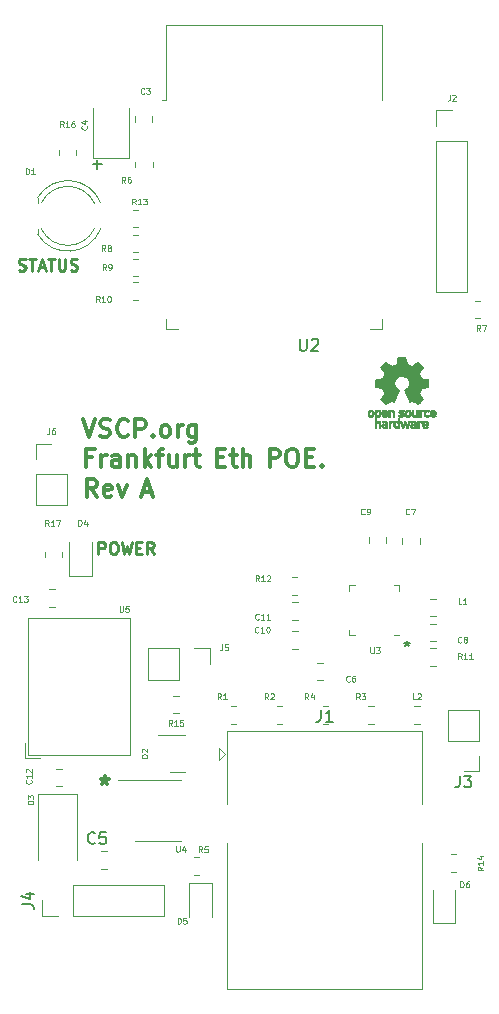
<source format=gbr>
%TF.GenerationSoftware,KiCad,Pcbnew,7.0.0-da2b9df05c~171~ubuntu22.10.1*%
%TF.CreationDate,2023-03-06T20:27:15+01:00*%
%TF.ProjectId,frakfurt_eth,6672616b-6675-4727-945f-6574682e6b69,rev?*%
%TF.SameCoordinates,Original*%
%TF.FileFunction,Legend,Top*%
%TF.FilePolarity,Positive*%
%FSLAX46Y46*%
G04 Gerber Fmt 4.6, Leading zero omitted, Abs format (unit mm)*
G04 Created by KiCad (PCBNEW 7.0.0-da2b9df05c~171~ubuntu22.10.1) date 2023-03-06 20:27:15*
%MOMM*%
%LPD*%
G01*
G04 APERTURE LIST*
%ADD10C,0.300000*%
%ADD11C,0.250000*%
%ADD12C,0.150000*%
%ADD13C,0.125000*%
%ADD14C,0.010000*%
%ADD15C,0.120000*%
G04 APERTURE END LIST*
D10*
X102521428Y-108523571D02*
X102521428Y-108880714D01*
X102164285Y-108737857D02*
X102521428Y-108880714D01*
X102521428Y-108880714D02*
X102878571Y-108737857D01*
X102307142Y-109166428D02*
X102521428Y-108880714D01*
X102521428Y-108880714D02*
X102735714Y-109166428D01*
X101457142Y-81537857D02*
X100957142Y-81537857D01*
X100957142Y-82323571D02*
X100957142Y-80823571D01*
X100957142Y-80823571D02*
X101671428Y-80823571D01*
X102242856Y-82323571D02*
X102242856Y-81323571D01*
X102242856Y-81609285D02*
X102314285Y-81466428D01*
X102314285Y-81466428D02*
X102385714Y-81395000D01*
X102385714Y-81395000D02*
X102528571Y-81323571D01*
X102528571Y-81323571D02*
X102671428Y-81323571D01*
X103814285Y-82323571D02*
X103814285Y-81537857D01*
X103814285Y-81537857D02*
X103742856Y-81395000D01*
X103742856Y-81395000D02*
X103599999Y-81323571D01*
X103599999Y-81323571D02*
X103314285Y-81323571D01*
X103314285Y-81323571D02*
X103171427Y-81395000D01*
X103814285Y-82252142D02*
X103671427Y-82323571D01*
X103671427Y-82323571D02*
X103314285Y-82323571D01*
X103314285Y-82323571D02*
X103171427Y-82252142D01*
X103171427Y-82252142D02*
X103099999Y-82109285D01*
X103099999Y-82109285D02*
X103099999Y-81966428D01*
X103099999Y-81966428D02*
X103171427Y-81823571D01*
X103171427Y-81823571D02*
X103314285Y-81752142D01*
X103314285Y-81752142D02*
X103671427Y-81752142D01*
X103671427Y-81752142D02*
X103814285Y-81680714D01*
X104528570Y-81323571D02*
X104528570Y-82323571D01*
X104528570Y-81466428D02*
X104599999Y-81395000D01*
X104599999Y-81395000D02*
X104742856Y-81323571D01*
X104742856Y-81323571D02*
X104957142Y-81323571D01*
X104957142Y-81323571D02*
X105099999Y-81395000D01*
X105099999Y-81395000D02*
X105171428Y-81537857D01*
X105171428Y-81537857D02*
X105171428Y-82323571D01*
X105885713Y-82323571D02*
X105885713Y-80823571D01*
X106028571Y-81752142D02*
X106457142Y-82323571D01*
X106457142Y-81323571D02*
X105885713Y-81895000D01*
X106885714Y-81323571D02*
X107457142Y-81323571D01*
X107099999Y-82323571D02*
X107099999Y-81037857D01*
X107099999Y-81037857D02*
X107171428Y-80895000D01*
X107171428Y-80895000D02*
X107314285Y-80823571D01*
X107314285Y-80823571D02*
X107457142Y-80823571D01*
X108600000Y-81323571D02*
X108600000Y-82323571D01*
X107957142Y-81323571D02*
X107957142Y-82109285D01*
X107957142Y-82109285D02*
X108028571Y-82252142D01*
X108028571Y-82252142D02*
X108171428Y-82323571D01*
X108171428Y-82323571D02*
X108385714Y-82323571D01*
X108385714Y-82323571D02*
X108528571Y-82252142D01*
X108528571Y-82252142D02*
X108600000Y-82180714D01*
X109314285Y-82323571D02*
X109314285Y-81323571D01*
X109314285Y-81609285D02*
X109385714Y-81466428D01*
X109385714Y-81466428D02*
X109457143Y-81395000D01*
X109457143Y-81395000D02*
X109600000Y-81323571D01*
X109600000Y-81323571D02*
X109742857Y-81323571D01*
X110028571Y-81323571D02*
X110599999Y-81323571D01*
X110242856Y-80823571D02*
X110242856Y-82109285D01*
X110242856Y-82109285D02*
X110314285Y-82252142D01*
X110314285Y-82252142D02*
X110457142Y-82323571D01*
X110457142Y-82323571D02*
X110599999Y-82323571D01*
X111999999Y-81537857D02*
X112499999Y-81537857D01*
X112714285Y-82323571D02*
X111999999Y-82323571D01*
X111999999Y-82323571D02*
X111999999Y-80823571D01*
X111999999Y-80823571D02*
X112714285Y-80823571D01*
X113142857Y-81323571D02*
X113714285Y-81323571D01*
X113357142Y-80823571D02*
X113357142Y-82109285D01*
X113357142Y-82109285D02*
X113428571Y-82252142D01*
X113428571Y-82252142D02*
X113571428Y-82323571D01*
X113571428Y-82323571D02*
X113714285Y-82323571D01*
X114214285Y-82323571D02*
X114214285Y-80823571D01*
X114857143Y-82323571D02*
X114857143Y-81537857D01*
X114857143Y-81537857D02*
X114785714Y-81395000D01*
X114785714Y-81395000D02*
X114642857Y-81323571D01*
X114642857Y-81323571D02*
X114428571Y-81323571D01*
X114428571Y-81323571D02*
X114285714Y-81395000D01*
X114285714Y-81395000D02*
X114214285Y-81466428D01*
X116471428Y-82323571D02*
X116471428Y-80823571D01*
X116471428Y-80823571D02*
X117042857Y-80823571D01*
X117042857Y-80823571D02*
X117185714Y-80895000D01*
X117185714Y-80895000D02*
X117257143Y-80966428D01*
X117257143Y-80966428D02*
X117328571Y-81109285D01*
X117328571Y-81109285D02*
X117328571Y-81323571D01*
X117328571Y-81323571D02*
X117257143Y-81466428D01*
X117257143Y-81466428D02*
X117185714Y-81537857D01*
X117185714Y-81537857D02*
X117042857Y-81609285D01*
X117042857Y-81609285D02*
X116471428Y-81609285D01*
X118257143Y-80823571D02*
X118542857Y-80823571D01*
X118542857Y-80823571D02*
X118685714Y-80895000D01*
X118685714Y-80895000D02*
X118828571Y-81037857D01*
X118828571Y-81037857D02*
X118900000Y-81323571D01*
X118900000Y-81323571D02*
X118900000Y-81823571D01*
X118900000Y-81823571D02*
X118828571Y-82109285D01*
X118828571Y-82109285D02*
X118685714Y-82252142D01*
X118685714Y-82252142D02*
X118542857Y-82323571D01*
X118542857Y-82323571D02*
X118257143Y-82323571D01*
X118257143Y-82323571D02*
X118114286Y-82252142D01*
X118114286Y-82252142D02*
X117971428Y-82109285D01*
X117971428Y-82109285D02*
X117900000Y-81823571D01*
X117900000Y-81823571D02*
X117900000Y-81323571D01*
X117900000Y-81323571D02*
X117971428Y-81037857D01*
X117971428Y-81037857D02*
X118114286Y-80895000D01*
X118114286Y-80895000D02*
X118257143Y-80823571D01*
X119542857Y-81537857D02*
X120042857Y-81537857D01*
X120257143Y-82323571D02*
X119542857Y-82323571D01*
X119542857Y-82323571D02*
X119542857Y-80823571D01*
X119542857Y-80823571D02*
X120257143Y-80823571D01*
X120900000Y-82180714D02*
X120971429Y-82252142D01*
X120971429Y-82252142D02*
X120900000Y-82323571D01*
X120900000Y-82323571D02*
X120828572Y-82252142D01*
X120828572Y-82252142D02*
X120900000Y-82180714D01*
X120900000Y-82180714D02*
X120900000Y-82323571D01*
X100692857Y-78323571D02*
X101192857Y-79823571D01*
X101192857Y-79823571D02*
X101692857Y-78323571D01*
X102121428Y-79752142D02*
X102335714Y-79823571D01*
X102335714Y-79823571D02*
X102692856Y-79823571D01*
X102692856Y-79823571D02*
X102835714Y-79752142D01*
X102835714Y-79752142D02*
X102907142Y-79680714D01*
X102907142Y-79680714D02*
X102978571Y-79537857D01*
X102978571Y-79537857D02*
X102978571Y-79395000D01*
X102978571Y-79395000D02*
X102907142Y-79252142D01*
X102907142Y-79252142D02*
X102835714Y-79180714D01*
X102835714Y-79180714D02*
X102692856Y-79109285D01*
X102692856Y-79109285D02*
X102407142Y-79037857D01*
X102407142Y-79037857D02*
X102264285Y-78966428D01*
X102264285Y-78966428D02*
X102192856Y-78895000D01*
X102192856Y-78895000D02*
X102121428Y-78752142D01*
X102121428Y-78752142D02*
X102121428Y-78609285D01*
X102121428Y-78609285D02*
X102192856Y-78466428D01*
X102192856Y-78466428D02*
X102264285Y-78395000D01*
X102264285Y-78395000D02*
X102407142Y-78323571D01*
X102407142Y-78323571D02*
X102764285Y-78323571D01*
X102764285Y-78323571D02*
X102978571Y-78395000D01*
X104478570Y-79680714D02*
X104407142Y-79752142D01*
X104407142Y-79752142D02*
X104192856Y-79823571D01*
X104192856Y-79823571D02*
X104049999Y-79823571D01*
X104049999Y-79823571D02*
X103835713Y-79752142D01*
X103835713Y-79752142D02*
X103692856Y-79609285D01*
X103692856Y-79609285D02*
X103621427Y-79466428D01*
X103621427Y-79466428D02*
X103549999Y-79180714D01*
X103549999Y-79180714D02*
X103549999Y-78966428D01*
X103549999Y-78966428D02*
X103621427Y-78680714D01*
X103621427Y-78680714D02*
X103692856Y-78537857D01*
X103692856Y-78537857D02*
X103835713Y-78395000D01*
X103835713Y-78395000D02*
X104049999Y-78323571D01*
X104049999Y-78323571D02*
X104192856Y-78323571D01*
X104192856Y-78323571D02*
X104407142Y-78395000D01*
X104407142Y-78395000D02*
X104478570Y-78466428D01*
X105121427Y-79823571D02*
X105121427Y-78323571D01*
X105121427Y-78323571D02*
X105692856Y-78323571D01*
X105692856Y-78323571D02*
X105835713Y-78395000D01*
X105835713Y-78395000D02*
X105907142Y-78466428D01*
X105907142Y-78466428D02*
X105978570Y-78609285D01*
X105978570Y-78609285D02*
X105978570Y-78823571D01*
X105978570Y-78823571D02*
X105907142Y-78966428D01*
X105907142Y-78966428D02*
X105835713Y-79037857D01*
X105835713Y-79037857D02*
X105692856Y-79109285D01*
X105692856Y-79109285D02*
X105121427Y-79109285D01*
X106621427Y-79680714D02*
X106692856Y-79752142D01*
X106692856Y-79752142D02*
X106621427Y-79823571D01*
X106621427Y-79823571D02*
X106549999Y-79752142D01*
X106549999Y-79752142D02*
X106621427Y-79680714D01*
X106621427Y-79680714D02*
X106621427Y-79823571D01*
X107549999Y-79823571D02*
X107407142Y-79752142D01*
X107407142Y-79752142D02*
X107335713Y-79680714D01*
X107335713Y-79680714D02*
X107264285Y-79537857D01*
X107264285Y-79537857D02*
X107264285Y-79109285D01*
X107264285Y-79109285D02*
X107335713Y-78966428D01*
X107335713Y-78966428D02*
X107407142Y-78895000D01*
X107407142Y-78895000D02*
X107549999Y-78823571D01*
X107549999Y-78823571D02*
X107764285Y-78823571D01*
X107764285Y-78823571D02*
X107907142Y-78895000D01*
X107907142Y-78895000D02*
X107978571Y-78966428D01*
X107978571Y-78966428D02*
X108049999Y-79109285D01*
X108049999Y-79109285D02*
X108049999Y-79537857D01*
X108049999Y-79537857D02*
X107978571Y-79680714D01*
X107978571Y-79680714D02*
X107907142Y-79752142D01*
X107907142Y-79752142D02*
X107764285Y-79823571D01*
X107764285Y-79823571D02*
X107549999Y-79823571D01*
X108692856Y-79823571D02*
X108692856Y-78823571D01*
X108692856Y-79109285D02*
X108764285Y-78966428D01*
X108764285Y-78966428D02*
X108835714Y-78895000D01*
X108835714Y-78895000D02*
X108978571Y-78823571D01*
X108978571Y-78823571D02*
X109121428Y-78823571D01*
X110264285Y-78823571D02*
X110264285Y-80037857D01*
X110264285Y-80037857D02*
X110192856Y-80180714D01*
X110192856Y-80180714D02*
X110121427Y-80252142D01*
X110121427Y-80252142D02*
X109978570Y-80323571D01*
X109978570Y-80323571D02*
X109764285Y-80323571D01*
X109764285Y-80323571D02*
X109621427Y-80252142D01*
X110264285Y-79752142D02*
X110121427Y-79823571D01*
X110121427Y-79823571D02*
X109835713Y-79823571D01*
X109835713Y-79823571D02*
X109692856Y-79752142D01*
X109692856Y-79752142D02*
X109621427Y-79680714D01*
X109621427Y-79680714D02*
X109549999Y-79537857D01*
X109549999Y-79537857D02*
X109549999Y-79109285D01*
X109549999Y-79109285D02*
X109621427Y-78966428D01*
X109621427Y-78966428D02*
X109692856Y-78895000D01*
X109692856Y-78895000D02*
X109835713Y-78823571D01*
X109835713Y-78823571D02*
X110121427Y-78823571D01*
X110121427Y-78823571D02*
X110264285Y-78895000D01*
D11*
X95240476Y-65684761D02*
X95383333Y-65732380D01*
X95383333Y-65732380D02*
X95621428Y-65732380D01*
X95621428Y-65732380D02*
X95716666Y-65684761D01*
X95716666Y-65684761D02*
X95764285Y-65637142D01*
X95764285Y-65637142D02*
X95811904Y-65541904D01*
X95811904Y-65541904D02*
X95811904Y-65446666D01*
X95811904Y-65446666D02*
X95764285Y-65351428D01*
X95764285Y-65351428D02*
X95716666Y-65303809D01*
X95716666Y-65303809D02*
X95621428Y-65256190D01*
X95621428Y-65256190D02*
X95430952Y-65208571D01*
X95430952Y-65208571D02*
X95335714Y-65160952D01*
X95335714Y-65160952D02*
X95288095Y-65113333D01*
X95288095Y-65113333D02*
X95240476Y-65018095D01*
X95240476Y-65018095D02*
X95240476Y-64922857D01*
X95240476Y-64922857D02*
X95288095Y-64827619D01*
X95288095Y-64827619D02*
X95335714Y-64780000D01*
X95335714Y-64780000D02*
X95430952Y-64732380D01*
X95430952Y-64732380D02*
X95669047Y-64732380D01*
X95669047Y-64732380D02*
X95811904Y-64780000D01*
X96097619Y-64732380D02*
X96669047Y-64732380D01*
X96383333Y-65732380D02*
X96383333Y-64732380D01*
X96954762Y-65446666D02*
X97430952Y-65446666D01*
X96859524Y-65732380D02*
X97192857Y-64732380D01*
X97192857Y-64732380D02*
X97526190Y-65732380D01*
X97716667Y-64732380D02*
X98288095Y-64732380D01*
X98002381Y-65732380D02*
X98002381Y-64732380D01*
X98621429Y-64732380D02*
X98621429Y-65541904D01*
X98621429Y-65541904D02*
X98669048Y-65637142D01*
X98669048Y-65637142D02*
X98716667Y-65684761D01*
X98716667Y-65684761D02*
X98811905Y-65732380D01*
X98811905Y-65732380D02*
X99002381Y-65732380D01*
X99002381Y-65732380D02*
X99097619Y-65684761D01*
X99097619Y-65684761D02*
X99145238Y-65637142D01*
X99145238Y-65637142D02*
X99192857Y-65541904D01*
X99192857Y-65541904D02*
X99192857Y-64732380D01*
X99621429Y-65684761D02*
X99764286Y-65732380D01*
X99764286Y-65732380D02*
X100002381Y-65732380D01*
X100002381Y-65732380D02*
X100097619Y-65684761D01*
X100097619Y-65684761D02*
X100145238Y-65637142D01*
X100145238Y-65637142D02*
X100192857Y-65541904D01*
X100192857Y-65541904D02*
X100192857Y-65446666D01*
X100192857Y-65446666D02*
X100145238Y-65351428D01*
X100145238Y-65351428D02*
X100097619Y-65303809D01*
X100097619Y-65303809D02*
X100002381Y-65256190D01*
X100002381Y-65256190D02*
X99811905Y-65208571D01*
X99811905Y-65208571D02*
X99716667Y-65160952D01*
X99716667Y-65160952D02*
X99669048Y-65113333D01*
X99669048Y-65113333D02*
X99621429Y-65018095D01*
X99621429Y-65018095D02*
X99621429Y-64922857D01*
X99621429Y-64922857D02*
X99669048Y-64827619D01*
X99669048Y-64827619D02*
X99716667Y-64780000D01*
X99716667Y-64780000D02*
X99811905Y-64732380D01*
X99811905Y-64732380D02*
X100050000Y-64732380D01*
X100050000Y-64732380D02*
X100192857Y-64780000D01*
X101988095Y-89732380D02*
X101988095Y-88732380D01*
X101988095Y-88732380D02*
X102369047Y-88732380D01*
X102369047Y-88732380D02*
X102464285Y-88780000D01*
X102464285Y-88780000D02*
X102511904Y-88827619D01*
X102511904Y-88827619D02*
X102559523Y-88922857D01*
X102559523Y-88922857D02*
X102559523Y-89065714D01*
X102559523Y-89065714D02*
X102511904Y-89160952D01*
X102511904Y-89160952D02*
X102464285Y-89208571D01*
X102464285Y-89208571D02*
X102369047Y-89256190D01*
X102369047Y-89256190D02*
X101988095Y-89256190D01*
X103178571Y-88732380D02*
X103369047Y-88732380D01*
X103369047Y-88732380D02*
X103464285Y-88780000D01*
X103464285Y-88780000D02*
X103559523Y-88875238D01*
X103559523Y-88875238D02*
X103607142Y-89065714D01*
X103607142Y-89065714D02*
X103607142Y-89399047D01*
X103607142Y-89399047D02*
X103559523Y-89589523D01*
X103559523Y-89589523D02*
X103464285Y-89684761D01*
X103464285Y-89684761D02*
X103369047Y-89732380D01*
X103369047Y-89732380D02*
X103178571Y-89732380D01*
X103178571Y-89732380D02*
X103083333Y-89684761D01*
X103083333Y-89684761D02*
X102988095Y-89589523D01*
X102988095Y-89589523D02*
X102940476Y-89399047D01*
X102940476Y-89399047D02*
X102940476Y-89065714D01*
X102940476Y-89065714D02*
X102988095Y-88875238D01*
X102988095Y-88875238D02*
X103083333Y-88780000D01*
X103083333Y-88780000D02*
X103178571Y-88732380D01*
X103940476Y-88732380D02*
X104178571Y-89732380D01*
X104178571Y-89732380D02*
X104369047Y-89018095D01*
X104369047Y-89018095D02*
X104559523Y-89732380D01*
X104559523Y-89732380D02*
X104797619Y-88732380D01*
X105178571Y-89208571D02*
X105511904Y-89208571D01*
X105654761Y-89732380D02*
X105178571Y-89732380D01*
X105178571Y-89732380D02*
X105178571Y-88732380D01*
X105178571Y-88732380D02*
X105654761Y-88732380D01*
X106654761Y-89732380D02*
X106321428Y-89256190D01*
X106083333Y-89732380D02*
X106083333Y-88732380D01*
X106083333Y-88732380D02*
X106464285Y-88732380D01*
X106464285Y-88732380D02*
X106559523Y-88780000D01*
X106559523Y-88780000D02*
X106607142Y-88827619D01*
X106607142Y-88827619D02*
X106654761Y-88922857D01*
X106654761Y-88922857D02*
X106654761Y-89065714D01*
X106654761Y-89065714D02*
X106607142Y-89160952D01*
X106607142Y-89160952D02*
X106559523Y-89208571D01*
X106559523Y-89208571D02*
X106464285Y-89256190D01*
X106464285Y-89256190D02*
X106083333Y-89256190D01*
D12*
X128100000Y-97117380D02*
X128100000Y-97355476D01*
X127861905Y-97260238D02*
X128100000Y-97355476D01*
X128100000Y-97355476D02*
X128338095Y-97260238D01*
X127957143Y-97545952D02*
X128100000Y-97355476D01*
X128100000Y-97355476D02*
X128242857Y-97545952D01*
X101519048Y-56736428D02*
X102280953Y-56736428D01*
X101900000Y-57117380D02*
X101900000Y-56355476D01*
D10*
X101864285Y-84873571D02*
X101364285Y-84159285D01*
X101007142Y-84873571D02*
X101007142Y-83373571D01*
X101007142Y-83373571D02*
X101578571Y-83373571D01*
X101578571Y-83373571D02*
X101721428Y-83445000D01*
X101721428Y-83445000D02*
X101792857Y-83516428D01*
X101792857Y-83516428D02*
X101864285Y-83659285D01*
X101864285Y-83659285D02*
X101864285Y-83873571D01*
X101864285Y-83873571D02*
X101792857Y-84016428D01*
X101792857Y-84016428D02*
X101721428Y-84087857D01*
X101721428Y-84087857D02*
X101578571Y-84159285D01*
X101578571Y-84159285D02*
X101007142Y-84159285D01*
X103078571Y-84802142D02*
X102935714Y-84873571D01*
X102935714Y-84873571D02*
X102650000Y-84873571D01*
X102650000Y-84873571D02*
X102507142Y-84802142D01*
X102507142Y-84802142D02*
X102435714Y-84659285D01*
X102435714Y-84659285D02*
X102435714Y-84087857D01*
X102435714Y-84087857D02*
X102507142Y-83945000D01*
X102507142Y-83945000D02*
X102650000Y-83873571D01*
X102650000Y-83873571D02*
X102935714Y-83873571D01*
X102935714Y-83873571D02*
X103078571Y-83945000D01*
X103078571Y-83945000D02*
X103150000Y-84087857D01*
X103150000Y-84087857D02*
X103150000Y-84230714D01*
X103150000Y-84230714D02*
X102435714Y-84373571D01*
X103649999Y-83873571D02*
X104007142Y-84873571D01*
X104007142Y-84873571D02*
X104364285Y-83873571D01*
X105764285Y-84445000D02*
X106478571Y-84445000D01*
X105621428Y-84873571D02*
X106121428Y-83373571D01*
X106121428Y-83373571D02*
X106621428Y-84873571D01*
D13*
%TO.C,J6*%
X97833333Y-79078690D02*
X97833333Y-79435833D01*
X97833333Y-79435833D02*
X97809524Y-79507261D01*
X97809524Y-79507261D02*
X97761905Y-79554880D01*
X97761905Y-79554880D02*
X97690476Y-79578690D01*
X97690476Y-79578690D02*
X97642857Y-79578690D01*
X98285714Y-79078690D02*
X98190476Y-79078690D01*
X98190476Y-79078690D02*
X98142857Y-79102500D01*
X98142857Y-79102500D02*
X98119047Y-79126309D01*
X98119047Y-79126309D02*
X98071428Y-79197738D01*
X98071428Y-79197738D02*
X98047619Y-79292976D01*
X98047619Y-79292976D02*
X98047619Y-79483452D01*
X98047619Y-79483452D02*
X98071428Y-79531071D01*
X98071428Y-79531071D02*
X98095238Y-79554880D01*
X98095238Y-79554880D02*
X98142857Y-79578690D01*
X98142857Y-79578690D02*
X98238095Y-79578690D01*
X98238095Y-79578690D02*
X98285714Y-79554880D01*
X98285714Y-79554880D02*
X98309523Y-79531071D01*
X98309523Y-79531071D02*
X98333333Y-79483452D01*
X98333333Y-79483452D02*
X98333333Y-79364404D01*
X98333333Y-79364404D02*
X98309523Y-79316785D01*
X98309523Y-79316785D02*
X98285714Y-79292976D01*
X98285714Y-79292976D02*
X98238095Y-79269166D01*
X98238095Y-79269166D02*
X98142857Y-79269166D01*
X98142857Y-79269166D02*
X98095238Y-79292976D01*
X98095238Y-79292976D02*
X98071428Y-79316785D01*
X98071428Y-79316785D02*
X98047619Y-79364404D01*
D12*
%TO.C,J3*%
X132566666Y-108497380D02*
X132566666Y-109211666D01*
X132566666Y-109211666D02*
X132519047Y-109354523D01*
X132519047Y-109354523D02*
X132423809Y-109449761D01*
X132423809Y-109449761D02*
X132280952Y-109497380D01*
X132280952Y-109497380D02*
X132185714Y-109497380D01*
X132947619Y-108497380D02*
X133566666Y-108497380D01*
X133566666Y-108497380D02*
X133233333Y-108878333D01*
X133233333Y-108878333D02*
X133376190Y-108878333D01*
X133376190Y-108878333D02*
X133471428Y-108925952D01*
X133471428Y-108925952D02*
X133519047Y-108973571D01*
X133519047Y-108973571D02*
X133566666Y-109068809D01*
X133566666Y-109068809D02*
X133566666Y-109306904D01*
X133566666Y-109306904D02*
X133519047Y-109402142D01*
X133519047Y-109402142D02*
X133471428Y-109449761D01*
X133471428Y-109449761D02*
X133376190Y-109497380D01*
X133376190Y-109497380D02*
X133090476Y-109497380D01*
X133090476Y-109497380D02*
X132995238Y-109449761D01*
X132995238Y-109449761D02*
X132947619Y-109402142D01*
%TO.C,J1*%
X120826666Y-102927380D02*
X120826666Y-103641666D01*
X120826666Y-103641666D02*
X120779047Y-103784523D01*
X120779047Y-103784523D02*
X120683809Y-103879761D01*
X120683809Y-103879761D02*
X120540952Y-103927380D01*
X120540952Y-103927380D02*
X120445714Y-103927380D01*
X121826666Y-103927380D02*
X121255238Y-103927380D01*
X121540952Y-103927380D02*
X121540952Y-102927380D01*
X121540952Y-102927380D02*
X121445714Y-103070238D01*
X121445714Y-103070238D02*
X121350476Y-103165476D01*
X121350476Y-103165476D02*
X121255238Y-103213095D01*
D13*
%TO.C,D6*%
X132630952Y-117933690D02*
X132630952Y-117433690D01*
X132630952Y-117433690D02*
X132750000Y-117433690D01*
X132750000Y-117433690D02*
X132821428Y-117457500D01*
X132821428Y-117457500D02*
X132869047Y-117505119D01*
X132869047Y-117505119D02*
X132892857Y-117552738D01*
X132892857Y-117552738D02*
X132916666Y-117647976D01*
X132916666Y-117647976D02*
X132916666Y-117719404D01*
X132916666Y-117719404D02*
X132892857Y-117814642D01*
X132892857Y-117814642D02*
X132869047Y-117862261D01*
X132869047Y-117862261D02*
X132821428Y-117909880D01*
X132821428Y-117909880D02*
X132750000Y-117933690D01*
X132750000Y-117933690D02*
X132630952Y-117933690D01*
X133345238Y-117433690D02*
X133250000Y-117433690D01*
X133250000Y-117433690D02*
X133202381Y-117457500D01*
X133202381Y-117457500D02*
X133178571Y-117481309D01*
X133178571Y-117481309D02*
X133130952Y-117552738D01*
X133130952Y-117552738D02*
X133107143Y-117647976D01*
X133107143Y-117647976D02*
X133107143Y-117838452D01*
X133107143Y-117838452D02*
X133130952Y-117886071D01*
X133130952Y-117886071D02*
X133154762Y-117909880D01*
X133154762Y-117909880D02*
X133202381Y-117933690D01*
X133202381Y-117933690D02*
X133297619Y-117933690D01*
X133297619Y-117933690D02*
X133345238Y-117909880D01*
X133345238Y-117909880D02*
X133369047Y-117886071D01*
X133369047Y-117886071D02*
X133392857Y-117838452D01*
X133392857Y-117838452D02*
X133392857Y-117719404D01*
X133392857Y-117719404D02*
X133369047Y-117671785D01*
X133369047Y-117671785D02*
X133345238Y-117647976D01*
X133345238Y-117647976D02*
X133297619Y-117624166D01*
X133297619Y-117624166D02*
X133202381Y-117624166D01*
X133202381Y-117624166D02*
X133154762Y-117647976D01*
X133154762Y-117647976D02*
X133130952Y-117671785D01*
X133130952Y-117671785D02*
X133107143Y-117719404D01*
%TO.C,D5*%
X108680952Y-121033690D02*
X108680952Y-120533690D01*
X108680952Y-120533690D02*
X108800000Y-120533690D01*
X108800000Y-120533690D02*
X108871428Y-120557500D01*
X108871428Y-120557500D02*
X108919047Y-120605119D01*
X108919047Y-120605119D02*
X108942857Y-120652738D01*
X108942857Y-120652738D02*
X108966666Y-120747976D01*
X108966666Y-120747976D02*
X108966666Y-120819404D01*
X108966666Y-120819404D02*
X108942857Y-120914642D01*
X108942857Y-120914642D02*
X108919047Y-120962261D01*
X108919047Y-120962261D02*
X108871428Y-121009880D01*
X108871428Y-121009880D02*
X108800000Y-121033690D01*
X108800000Y-121033690D02*
X108680952Y-121033690D01*
X109419047Y-120533690D02*
X109180952Y-120533690D01*
X109180952Y-120533690D02*
X109157143Y-120771785D01*
X109157143Y-120771785D02*
X109180952Y-120747976D01*
X109180952Y-120747976D02*
X109228571Y-120724166D01*
X109228571Y-120724166D02*
X109347619Y-120724166D01*
X109347619Y-120724166D02*
X109395238Y-120747976D01*
X109395238Y-120747976D02*
X109419047Y-120771785D01*
X109419047Y-120771785D02*
X109442857Y-120819404D01*
X109442857Y-120819404D02*
X109442857Y-120938452D01*
X109442857Y-120938452D02*
X109419047Y-120986071D01*
X109419047Y-120986071D02*
X109395238Y-121009880D01*
X109395238Y-121009880D02*
X109347619Y-121033690D01*
X109347619Y-121033690D02*
X109228571Y-121033690D01*
X109228571Y-121033690D02*
X109180952Y-121009880D01*
X109180952Y-121009880D02*
X109157143Y-120986071D01*
%TO.C,R14*%
X134583690Y-116236428D02*
X134345595Y-116403094D01*
X134583690Y-116522142D02*
X134083690Y-116522142D01*
X134083690Y-116522142D02*
X134083690Y-116331666D01*
X134083690Y-116331666D02*
X134107500Y-116284047D01*
X134107500Y-116284047D02*
X134131309Y-116260237D01*
X134131309Y-116260237D02*
X134178928Y-116236428D01*
X134178928Y-116236428D02*
X134250357Y-116236428D01*
X134250357Y-116236428D02*
X134297976Y-116260237D01*
X134297976Y-116260237D02*
X134321785Y-116284047D01*
X134321785Y-116284047D02*
X134345595Y-116331666D01*
X134345595Y-116331666D02*
X134345595Y-116522142D01*
X134583690Y-115760237D02*
X134583690Y-116045951D01*
X134583690Y-115903094D02*
X134083690Y-115903094D01*
X134083690Y-115903094D02*
X134155119Y-115950713D01*
X134155119Y-115950713D02*
X134202738Y-115998332D01*
X134202738Y-115998332D02*
X134226547Y-116045951D01*
X134250357Y-115331666D02*
X134583690Y-115331666D01*
X134059880Y-115450714D02*
X134417023Y-115569761D01*
X134417023Y-115569761D02*
X134417023Y-115260238D01*
%TO.C,D4*%
X100280952Y-87333690D02*
X100280952Y-86833690D01*
X100280952Y-86833690D02*
X100400000Y-86833690D01*
X100400000Y-86833690D02*
X100471428Y-86857500D01*
X100471428Y-86857500D02*
X100519047Y-86905119D01*
X100519047Y-86905119D02*
X100542857Y-86952738D01*
X100542857Y-86952738D02*
X100566666Y-87047976D01*
X100566666Y-87047976D02*
X100566666Y-87119404D01*
X100566666Y-87119404D02*
X100542857Y-87214642D01*
X100542857Y-87214642D02*
X100519047Y-87262261D01*
X100519047Y-87262261D02*
X100471428Y-87309880D01*
X100471428Y-87309880D02*
X100400000Y-87333690D01*
X100400000Y-87333690D02*
X100280952Y-87333690D01*
X100995238Y-87000357D02*
X100995238Y-87333690D01*
X100876190Y-86809880D02*
X100757143Y-87167023D01*
X100757143Y-87167023D02*
X101066666Y-87167023D01*
%TO.C,L1*%
X132716666Y-93983690D02*
X132478571Y-93983690D01*
X132478571Y-93983690D02*
X132478571Y-93483690D01*
X133145238Y-93983690D02*
X132859524Y-93983690D01*
X133002381Y-93983690D02*
X133002381Y-93483690D01*
X133002381Y-93483690D02*
X132954762Y-93555119D01*
X132954762Y-93555119D02*
X132907143Y-93602738D01*
X132907143Y-93602738D02*
X132859524Y-93626547D01*
%TO.C,R11*%
X132728571Y-98633690D02*
X132561905Y-98395595D01*
X132442857Y-98633690D02*
X132442857Y-98133690D01*
X132442857Y-98133690D02*
X132633333Y-98133690D01*
X132633333Y-98133690D02*
X132680952Y-98157500D01*
X132680952Y-98157500D02*
X132704762Y-98181309D01*
X132704762Y-98181309D02*
X132728571Y-98228928D01*
X132728571Y-98228928D02*
X132728571Y-98300357D01*
X132728571Y-98300357D02*
X132704762Y-98347976D01*
X132704762Y-98347976D02*
X132680952Y-98371785D01*
X132680952Y-98371785D02*
X132633333Y-98395595D01*
X132633333Y-98395595D02*
X132442857Y-98395595D01*
X133204762Y-98633690D02*
X132919048Y-98633690D01*
X133061905Y-98633690D02*
X133061905Y-98133690D01*
X133061905Y-98133690D02*
X133014286Y-98205119D01*
X133014286Y-98205119D02*
X132966667Y-98252738D01*
X132966667Y-98252738D02*
X132919048Y-98276547D01*
X133680952Y-98633690D02*
X133395238Y-98633690D01*
X133538095Y-98633690D02*
X133538095Y-98133690D01*
X133538095Y-98133690D02*
X133490476Y-98205119D01*
X133490476Y-98205119D02*
X133442857Y-98252738D01*
X133442857Y-98252738D02*
X133395238Y-98276547D01*
%TO.C,R9*%
X102616666Y-65683690D02*
X102450000Y-65445595D01*
X102330952Y-65683690D02*
X102330952Y-65183690D01*
X102330952Y-65183690D02*
X102521428Y-65183690D01*
X102521428Y-65183690D02*
X102569047Y-65207500D01*
X102569047Y-65207500D02*
X102592857Y-65231309D01*
X102592857Y-65231309D02*
X102616666Y-65278928D01*
X102616666Y-65278928D02*
X102616666Y-65350357D01*
X102616666Y-65350357D02*
X102592857Y-65397976D01*
X102592857Y-65397976D02*
X102569047Y-65421785D01*
X102569047Y-65421785D02*
X102521428Y-65445595D01*
X102521428Y-65445595D02*
X102330952Y-65445595D01*
X102854762Y-65683690D02*
X102950000Y-65683690D01*
X102950000Y-65683690D02*
X102997619Y-65659880D01*
X102997619Y-65659880D02*
X103021428Y-65636071D01*
X103021428Y-65636071D02*
X103069047Y-65564642D01*
X103069047Y-65564642D02*
X103092857Y-65469404D01*
X103092857Y-65469404D02*
X103092857Y-65278928D01*
X103092857Y-65278928D02*
X103069047Y-65231309D01*
X103069047Y-65231309D02*
X103045238Y-65207500D01*
X103045238Y-65207500D02*
X102997619Y-65183690D01*
X102997619Y-65183690D02*
X102902381Y-65183690D01*
X102902381Y-65183690D02*
X102854762Y-65207500D01*
X102854762Y-65207500D02*
X102830952Y-65231309D01*
X102830952Y-65231309D02*
X102807143Y-65278928D01*
X102807143Y-65278928D02*
X102807143Y-65397976D01*
X102807143Y-65397976D02*
X102830952Y-65445595D01*
X102830952Y-65445595D02*
X102854762Y-65469404D01*
X102854762Y-65469404D02*
X102902381Y-65493214D01*
X102902381Y-65493214D02*
X102997619Y-65493214D01*
X102997619Y-65493214D02*
X103045238Y-65469404D01*
X103045238Y-65469404D02*
X103069047Y-65445595D01*
X103069047Y-65445595D02*
X103092857Y-65397976D01*
%TO.C,U3*%
X125019047Y-97633690D02*
X125019047Y-98038452D01*
X125019047Y-98038452D02*
X125042857Y-98086071D01*
X125042857Y-98086071D02*
X125066666Y-98109880D01*
X125066666Y-98109880D02*
X125114285Y-98133690D01*
X125114285Y-98133690D02*
X125209523Y-98133690D01*
X125209523Y-98133690D02*
X125257142Y-98109880D01*
X125257142Y-98109880D02*
X125280952Y-98086071D01*
X125280952Y-98086071D02*
X125304761Y-98038452D01*
X125304761Y-98038452D02*
X125304761Y-97633690D01*
X125495238Y-97633690D02*
X125804762Y-97633690D01*
X125804762Y-97633690D02*
X125638095Y-97824166D01*
X125638095Y-97824166D02*
X125709524Y-97824166D01*
X125709524Y-97824166D02*
X125757143Y-97847976D01*
X125757143Y-97847976D02*
X125780952Y-97871785D01*
X125780952Y-97871785D02*
X125804762Y-97919404D01*
X125804762Y-97919404D02*
X125804762Y-98038452D01*
X125804762Y-98038452D02*
X125780952Y-98086071D01*
X125780952Y-98086071D02*
X125757143Y-98109880D01*
X125757143Y-98109880D02*
X125709524Y-98133690D01*
X125709524Y-98133690D02*
X125566667Y-98133690D01*
X125566667Y-98133690D02*
X125519048Y-98109880D01*
X125519048Y-98109880D02*
X125495238Y-98086071D01*
%TO.C,C4*%
X100986071Y-53483333D02*
X101009880Y-53507142D01*
X101009880Y-53507142D02*
X101033690Y-53578571D01*
X101033690Y-53578571D02*
X101033690Y-53626190D01*
X101033690Y-53626190D02*
X101009880Y-53697618D01*
X101009880Y-53697618D02*
X100962261Y-53745237D01*
X100962261Y-53745237D02*
X100914642Y-53769047D01*
X100914642Y-53769047D02*
X100819404Y-53792856D01*
X100819404Y-53792856D02*
X100747976Y-53792856D01*
X100747976Y-53792856D02*
X100652738Y-53769047D01*
X100652738Y-53769047D02*
X100605119Y-53745237D01*
X100605119Y-53745237D02*
X100557500Y-53697618D01*
X100557500Y-53697618D02*
X100533690Y-53626190D01*
X100533690Y-53626190D02*
X100533690Y-53578571D01*
X100533690Y-53578571D02*
X100557500Y-53507142D01*
X100557500Y-53507142D02*
X100581309Y-53483333D01*
X100700357Y-53054761D02*
X101033690Y-53054761D01*
X100509880Y-53173809D02*
X100867023Y-53292856D01*
X100867023Y-53292856D02*
X100867023Y-52983333D01*
%TO.C,C13*%
X95028571Y-93736071D02*
X95004762Y-93759880D01*
X95004762Y-93759880D02*
X94933333Y-93783690D01*
X94933333Y-93783690D02*
X94885714Y-93783690D01*
X94885714Y-93783690D02*
X94814286Y-93759880D01*
X94814286Y-93759880D02*
X94766667Y-93712261D01*
X94766667Y-93712261D02*
X94742857Y-93664642D01*
X94742857Y-93664642D02*
X94719048Y-93569404D01*
X94719048Y-93569404D02*
X94719048Y-93497976D01*
X94719048Y-93497976D02*
X94742857Y-93402738D01*
X94742857Y-93402738D02*
X94766667Y-93355119D01*
X94766667Y-93355119D02*
X94814286Y-93307500D01*
X94814286Y-93307500D02*
X94885714Y-93283690D01*
X94885714Y-93283690D02*
X94933333Y-93283690D01*
X94933333Y-93283690D02*
X95004762Y-93307500D01*
X95004762Y-93307500D02*
X95028571Y-93331309D01*
X95504762Y-93783690D02*
X95219048Y-93783690D01*
X95361905Y-93783690D02*
X95361905Y-93283690D01*
X95361905Y-93283690D02*
X95314286Y-93355119D01*
X95314286Y-93355119D02*
X95266667Y-93402738D01*
X95266667Y-93402738D02*
X95219048Y-93426547D01*
X95671428Y-93283690D02*
X95980952Y-93283690D01*
X95980952Y-93283690D02*
X95814285Y-93474166D01*
X95814285Y-93474166D02*
X95885714Y-93474166D01*
X95885714Y-93474166D02*
X95933333Y-93497976D01*
X95933333Y-93497976D02*
X95957142Y-93521785D01*
X95957142Y-93521785D02*
X95980952Y-93569404D01*
X95980952Y-93569404D02*
X95980952Y-93688452D01*
X95980952Y-93688452D02*
X95957142Y-93736071D01*
X95957142Y-93736071D02*
X95933333Y-93759880D01*
X95933333Y-93759880D02*
X95885714Y-93783690D01*
X95885714Y-93783690D02*
X95742857Y-93783690D01*
X95742857Y-93783690D02*
X95695238Y-93759880D01*
X95695238Y-93759880D02*
X95671428Y-93736071D01*
%TO.C,U4*%
X108569047Y-114433690D02*
X108569047Y-114838452D01*
X108569047Y-114838452D02*
X108592857Y-114886071D01*
X108592857Y-114886071D02*
X108616666Y-114909880D01*
X108616666Y-114909880D02*
X108664285Y-114933690D01*
X108664285Y-114933690D02*
X108759523Y-114933690D01*
X108759523Y-114933690D02*
X108807142Y-114909880D01*
X108807142Y-114909880D02*
X108830952Y-114886071D01*
X108830952Y-114886071D02*
X108854761Y-114838452D01*
X108854761Y-114838452D02*
X108854761Y-114433690D01*
X109307143Y-114600357D02*
X109307143Y-114933690D01*
X109188095Y-114409880D02*
X109069048Y-114767023D01*
X109069048Y-114767023D02*
X109378571Y-114767023D01*
D12*
%TO.C,U2*%
X119038095Y-71517380D02*
X119038095Y-72326904D01*
X119038095Y-72326904D02*
X119085714Y-72422142D01*
X119085714Y-72422142D02*
X119133333Y-72469761D01*
X119133333Y-72469761D02*
X119228571Y-72517380D01*
X119228571Y-72517380D02*
X119419047Y-72517380D01*
X119419047Y-72517380D02*
X119514285Y-72469761D01*
X119514285Y-72469761D02*
X119561904Y-72422142D01*
X119561904Y-72422142D02*
X119609523Y-72326904D01*
X119609523Y-72326904D02*
X119609523Y-71517380D01*
X120038095Y-71612619D02*
X120085714Y-71565000D01*
X120085714Y-71565000D02*
X120180952Y-71517380D01*
X120180952Y-71517380D02*
X120419047Y-71517380D01*
X120419047Y-71517380D02*
X120514285Y-71565000D01*
X120514285Y-71565000D02*
X120561904Y-71612619D01*
X120561904Y-71612619D02*
X120609523Y-71707857D01*
X120609523Y-71707857D02*
X120609523Y-71803095D01*
X120609523Y-71803095D02*
X120561904Y-71945952D01*
X120561904Y-71945952D02*
X119990476Y-72517380D01*
X119990476Y-72517380D02*
X120609523Y-72517380D01*
D13*
%TO.C,C8*%
X132716666Y-97186071D02*
X132692857Y-97209880D01*
X132692857Y-97209880D02*
X132621428Y-97233690D01*
X132621428Y-97233690D02*
X132573809Y-97233690D01*
X132573809Y-97233690D02*
X132502381Y-97209880D01*
X132502381Y-97209880D02*
X132454762Y-97162261D01*
X132454762Y-97162261D02*
X132430952Y-97114642D01*
X132430952Y-97114642D02*
X132407143Y-97019404D01*
X132407143Y-97019404D02*
X132407143Y-96947976D01*
X132407143Y-96947976D02*
X132430952Y-96852738D01*
X132430952Y-96852738D02*
X132454762Y-96805119D01*
X132454762Y-96805119D02*
X132502381Y-96757500D01*
X132502381Y-96757500D02*
X132573809Y-96733690D01*
X132573809Y-96733690D02*
X132621428Y-96733690D01*
X132621428Y-96733690D02*
X132692857Y-96757500D01*
X132692857Y-96757500D02*
X132716666Y-96781309D01*
X133002381Y-96947976D02*
X132954762Y-96924166D01*
X132954762Y-96924166D02*
X132930952Y-96900357D01*
X132930952Y-96900357D02*
X132907143Y-96852738D01*
X132907143Y-96852738D02*
X132907143Y-96828928D01*
X132907143Y-96828928D02*
X132930952Y-96781309D01*
X132930952Y-96781309D02*
X132954762Y-96757500D01*
X132954762Y-96757500D02*
X133002381Y-96733690D01*
X133002381Y-96733690D02*
X133097619Y-96733690D01*
X133097619Y-96733690D02*
X133145238Y-96757500D01*
X133145238Y-96757500D02*
X133169047Y-96781309D01*
X133169047Y-96781309D02*
X133192857Y-96828928D01*
X133192857Y-96828928D02*
X133192857Y-96852738D01*
X133192857Y-96852738D02*
X133169047Y-96900357D01*
X133169047Y-96900357D02*
X133145238Y-96924166D01*
X133145238Y-96924166D02*
X133097619Y-96947976D01*
X133097619Y-96947976D02*
X133002381Y-96947976D01*
X133002381Y-96947976D02*
X132954762Y-96971785D01*
X132954762Y-96971785D02*
X132930952Y-96995595D01*
X132930952Y-96995595D02*
X132907143Y-97043214D01*
X132907143Y-97043214D02*
X132907143Y-97138452D01*
X132907143Y-97138452D02*
X132930952Y-97186071D01*
X132930952Y-97186071D02*
X132954762Y-97209880D01*
X132954762Y-97209880D02*
X133002381Y-97233690D01*
X133002381Y-97233690D02*
X133097619Y-97233690D01*
X133097619Y-97233690D02*
X133145238Y-97209880D01*
X133145238Y-97209880D02*
X133169047Y-97186071D01*
X133169047Y-97186071D02*
X133192857Y-97138452D01*
X133192857Y-97138452D02*
X133192857Y-97043214D01*
X133192857Y-97043214D02*
X133169047Y-96995595D01*
X133169047Y-96995595D02*
X133145238Y-96971785D01*
X133145238Y-96971785D02*
X133097619Y-96947976D01*
%TO.C,C7*%
X128316666Y-86336071D02*
X128292857Y-86359880D01*
X128292857Y-86359880D02*
X128221428Y-86383690D01*
X128221428Y-86383690D02*
X128173809Y-86383690D01*
X128173809Y-86383690D02*
X128102381Y-86359880D01*
X128102381Y-86359880D02*
X128054762Y-86312261D01*
X128054762Y-86312261D02*
X128030952Y-86264642D01*
X128030952Y-86264642D02*
X128007143Y-86169404D01*
X128007143Y-86169404D02*
X128007143Y-86097976D01*
X128007143Y-86097976D02*
X128030952Y-86002738D01*
X128030952Y-86002738D02*
X128054762Y-85955119D01*
X128054762Y-85955119D02*
X128102381Y-85907500D01*
X128102381Y-85907500D02*
X128173809Y-85883690D01*
X128173809Y-85883690D02*
X128221428Y-85883690D01*
X128221428Y-85883690D02*
X128292857Y-85907500D01*
X128292857Y-85907500D02*
X128316666Y-85931309D01*
X128483333Y-85883690D02*
X128816666Y-85883690D01*
X128816666Y-85883690D02*
X128602381Y-86383690D01*
%TO.C,R15*%
X108228571Y-104283690D02*
X108061905Y-104045595D01*
X107942857Y-104283690D02*
X107942857Y-103783690D01*
X107942857Y-103783690D02*
X108133333Y-103783690D01*
X108133333Y-103783690D02*
X108180952Y-103807500D01*
X108180952Y-103807500D02*
X108204762Y-103831309D01*
X108204762Y-103831309D02*
X108228571Y-103878928D01*
X108228571Y-103878928D02*
X108228571Y-103950357D01*
X108228571Y-103950357D02*
X108204762Y-103997976D01*
X108204762Y-103997976D02*
X108180952Y-104021785D01*
X108180952Y-104021785D02*
X108133333Y-104045595D01*
X108133333Y-104045595D02*
X107942857Y-104045595D01*
X108704762Y-104283690D02*
X108419048Y-104283690D01*
X108561905Y-104283690D02*
X108561905Y-103783690D01*
X108561905Y-103783690D02*
X108514286Y-103855119D01*
X108514286Y-103855119D02*
X108466667Y-103902738D01*
X108466667Y-103902738D02*
X108419048Y-103926547D01*
X109157142Y-103783690D02*
X108919047Y-103783690D01*
X108919047Y-103783690D02*
X108895238Y-104021785D01*
X108895238Y-104021785D02*
X108919047Y-103997976D01*
X108919047Y-103997976D02*
X108966666Y-103974166D01*
X108966666Y-103974166D02*
X109085714Y-103974166D01*
X109085714Y-103974166D02*
X109133333Y-103997976D01*
X109133333Y-103997976D02*
X109157142Y-104021785D01*
X109157142Y-104021785D02*
X109180952Y-104069404D01*
X109180952Y-104069404D02*
X109180952Y-104188452D01*
X109180952Y-104188452D02*
X109157142Y-104236071D01*
X109157142Y-104236071D02*
X109133333Y-104259880D01*
X109133333Y-104259880D02*
X109085714Y-104283690D01*
X109085714Y-104283690D02*
X108966666Y-104283690D01*
X108966666Y-104283690D02*
X108919047Y-104259880D01*
X108919047Y-104259880D02*
X108895238Y-104236071D01*
%TO.C,R6*%
X104266666Y-58283690D02*
X104100000Y-58045595D01*
X103980952Y-58283690D02*
X103980952Y-57783690D01*
X103980952Y-57783690D02*
X104171428Y-57783690D01*
X104171428Y-57783690D02*
X104219047Y-57807500D01*
X104219047Y-57807500D02*
X104242857Y-57831309D01*
X104242857Y-57831309D02*
X104266666Y-57878928D01*
X104266666Y-57878928D02*
X104266666Y-57950357D01*
X104266666Y-57950357D02*
X104242857Y-57997976D01*
X104242857Y-57997976D02*
X104219047Y-58021785D01*
X104219047Y-58021785D02*
X104171428Y-58045595D01*
X104171428Y-58045595D02*
X103980952Y-58045595D01*
X104695238Y-57783690D02*
X104600000Y-57783690D01*
X104600000Y-57783690D02*
X104552381Y-57807500D01*
X104552381Y-57807500D02*
X104528571Y-57831309D01*
X104528571Y-57831309D02*
X104480952Y-57902738D01*
X104480952Y-57902738D02*
X104457143Y-57997976D01*
X104457143Y-57997976D02*
X104457143Y-58188452D01*
X104457143Y-58188452D02*
X104480952Y-58236071D01*
X104480952Y-58236071D02*
X104504762Y-58259880D01*
X104504762Y-58259880D02*
X104552381Y-58283690D01*
X104552381Y-58283690D02*
X104647619Y-58283690D01*
X104647619Y-58283690D02*
X104695238Y-58259880D01*
X104695238Y-58259880D02*
X104719047Y-58236071D01*
X104719047Y-58236071D02*
X104742857Y-58188452D01*
X104742857Y-58188452D02*
X104742857Y-58069404D01*
X104742857Y-58069404D02*
X104719047Y-58021785D01*
X104719047Y-58021785D02*
X104695238Y-57997976D01*
X104695238Y-57997976D02*
X104647619Y-57974166D01*
X104647619Y-57974166D02*
X104552381Y-57974166D01*
X104552381Y-57974166D02*
X104504762Y-57997976D01*
X104504762Y-57997976D02*
X104480952Y-58021785D01*
X104480952Y-58021785D02*
X104457143Y-58069404D01*
%TO.C,D2*%
X106133690Y-106969047D02*
X105633690Y-106969047D01*
X105633690Y-106969047D02*
X105633690Y-106849999D01*
X105633690Y-106849999D02*
X105657500Y-106778571D01*
X105657500Y-106778571D02*
X105705119Y-106730952D01*
X105705119Y-106730952D02*
X105752738Y-106707142D01*
X105752738Y-106707142D02*
X105847976Y-106683333D01*
X105847976Y-106683333D02*
X105919404Y-106683333D01*
X105919404Y-106683333D02*
X106014642Y-106707142D01*
X106014642Y-106707142D02*
X106062261Y-106730952D01*
X106062261Y-106730952D02*
X106109880Y-106778571D01*
X106109880Y-106778571D02*
X106133690Y-106849999D01*
X106133690Y-106849999D02*
X106133690Y-106969047D01*
X105681309Y-106492856D02*
X105657500Y-106469047D01*
X105657500Y-106469047D02*
X105633690Y-106421428D01*
X105633690Y-106421428D02*
X105633690Y-106302380D01*
X105633690Y-106302380D02*
X105657500Y-106254761D01*
X105657500Y-106254761D02*
X105681309Y-106230952D01*
X105681309Y-106230952D02*
X105728928Y-106207142D01*
X105728928Y-106207142D02*
X105776547Y-106207142D01*
X105776547Y-106207142D02*
X105847976Y-106230952D01*
X105847976Y-106230952D02*
X106133690Y-106516666D01*
X106133690Y-106516666D02*
X106133690Y-106207142D01*
D12*
%TO.C,J4*%
X95517380Y-119383333D02*
X96231666Y-119383333D01*
X96231666Y-119383333D02*
X96374523Y-119430952D01*
X96374523Y-119430952D02*
X96469761Y-119526190D01*
X96469761Y-119526190D02*
X96517380Y-119669047D01*
X96517380Y-119669047D02*
X96517380Y-119764285D01*
X95850714Y-118478571D02*
X96517380Y-118478571D01*
X95469761Y-118716666D02*
X96184047Y-118954761D01*
X96184047Y-118954761D02*
X96184047Y-118335714D01*
D13*
%TO.C,R3*%
X124116666Y-102033690D02*
X123950000Y-101795595D01*
X123830952Y-102033690D02*
X123830952Y-101533690D01*
X123830952Y-101533690D02*
X124021428Y-101533690D01*
X124021428Y-101533690D02*
X124069047Y-101557500D01*
X124069047Y-101557500D02*
X124092857Y-101581309D01*
X124092857Y-101581309D02*
X124116666Y-101628928D01*
X124116666Y-101628928D02*
X124116666Y-101700357D01*
X124116666Y-101700357D02*
X124092857Y-101747976D01*
X124092857Y-101747976D02*
X124069047Y-101771785D01*
X124069047Y-101771785D02*
X124021428Y-101795595D01*
X124021428Y-101795595D02*
X123830952Y-101795595D01*
X124283333Y-101533690D02*
X124592857Y-101533690D01*
X124592857Y-101533690D02*
X124426190Y-101724166D01*
X124426190Y-101724166D02*
X124497619Y-101724166D01*
X124497619Y-101724166D02*
X124545238Y-101747976D01*
X124545238Y-101747976D02*
X124569047Y-101771785D01*
X124569047Y-101771785D02*
X124592857Y-101819404D01*
X124592857Y-101819404D02*
X124592857Y-101938452D01*
X124592857Y-101938452D02*
X124569047Y-101986071D01*
X124569047Y-101986071D02*
X124545238Y-102009880D01*
X124545238Y-102009880D02*
X124497619Y-102033690D01*
X124497619Y-102033690D02*
X124354762Y-102033690D01*
X124354762Y-102033690D02*
X124307143Y-102009880D01*
X124307143Y-102009880D02*
X124283333Y-101986071D01*
%TO.C,R5*%
X110766666Y-114983690D02*
X110600000Y-114745595D01*
X110480952Y-114983690D02*
X110480952Y-114483690D01*
X110480952Y-114483690D02*
X110671428Y-114483690D01*
X110671428Y-114483690D02*
X110719047Y-114507500D01*
X110719047Y-114507500D02*
X110742857Y-114531309D01*
X110742857Y-114531309D02*
X110766666Y-114578928D01*
X110766666Y-114578928D02*
X110766666Y-114650357D01*
X110766666Y-114650357D02*
X110742857Y-114697976D01*
X110742857Y-114697976D02*
X110719047Y-114721785D01*
X110719047Y-114721785D02*
X110671428Y-114745595D01*
X110671428Y-114745595D02*
X110480952Y-114745595D01*
X111219047Y-114483690D02*
X110980952Y-114483690D01*
X110980952Y-114483690D02*
X110957143Y-114721785D01*
X110957143Y-114721785D02*
X110980952Y-114697976D01*
X110980952Y-114697976D02*
X111028571Y-114674166D01*
X111028571Y-114674166D02*
X111147619Y-114674166D01*
X111147619Y-114674166D02*
X111195238Y-114697976D01*
X111195238Y-114697976D02*
X111219047Y-114721785D01*
X111219047Y-114721785D02*
X111242857Y-114769404D01*
X111242857Y-114769404D02*
X111242857Y-114888452D01*
X111242857Y-114888452D02*
X111219047Y-114936071D01*
X111219047Y-114936071D02*
X111195238Y-114959880D01*
X111195238Y-114959880D02*
X111147619Y-114983690D01*
X111147619Y-114983690D02*
X111028571Y-114983690D01*
X111028571Y-114983690D02*
X110980952Y-114959880D01*
X110980952Y-114959880D02*
X110957143Y-114936071D01*
%TO.C,J2*%
X131733333Y-50853690D02*
X131733333Y-51210833D01*
X131733333Y-51210833D02*
X131709524Y-51282261D01*
X131709524Y-51282261D02*
X131661905Y-51329880D01*
X131661905Y-51329880D02*
X131590476Y-51353690D01*
X131590476Y-51353690D02*
X131542857Y-51353690D01*
X131947619Y-50901309D02*
X131971428Y-50877500D01*
X131971428Y-50877500D02*
X132019047Y-50853690D01*
X132019047Y-50853690D02*
X132138095Y-50853690D01*
X132138095Y-50853690D02*
X132185714Y-50877500D01*
X132185714Y-50877500D02*
X132209523Y-50901309D01*
X132209523Y-50901309D02*
X132233333Y-50948928D01*
X132233333Y-50948928D02*
X132233333Y-50996547D01*
X132233333Y-50996547D02*
X132209523Y-51067976D01*
X132209523Y-51067976D02*
X131923809Y-51353690D01*
X131923809Y-51353690D02*
X132233333Y-51353690D01*
%TO.C,D1*%
X95830952Y-57583690D02*
X95830952Y-57083690D01*
X95830952Y-57083690D02*
X95950000Y-57083690D01*
X95950000Y-57083690D02*
X96021428Y-57107500D01*
X96021428Y-57107500D02*
X96069047Y-57155119D01*
X96069047Y-57155119D02*
X96092857Y-57202738D01*
X96092857Y-57202738D02*
X96116666Y-57297976D01*
X96116666Y-57297976D02*
X96116666Y-57369404D01*
X96116666Y-57369404D02*
X96092857Y-57464642D01*
X96092857Y-57464642D02*
X96069047Y-57512261D01*
X96069047Y-57512261D02*
X96021428Y-57559880D01*
X96021428Y-57559880D02*
X95950000Y-57583690D01*
X95950000Y-57583690D02*
X95830952Y-57583690D01*
X96592857Y-57583690D02*
X96307143Y-57583690D01*
X96450000Y-57583690D02*
X96450000Y-57083690D01*
X96450000Y-57083690D02*
X96402381Y-57155119D01*
X96402381Y-57155119D02*
X96354762Y-57202738D01*
X96354762Y-57202738D02*
X96307143Y-57226547D01*
%TO.C,U5*%
X103769047Y-94133690D02*
X103769047Y-94538452D01*
X103769047Y-94538452D02*
X103792857Y-94586071D01*
X103792857Y-94586071D02*
X103816666Y-94609880D01*
X103816666Y-94609880D02*
X103864285Y-94633690D01*
X103864285Y-94633690D02*
X103959523Y-94633690D01*
X103959523Y-94633690D02*
X104007142Y-94609880D01*
X104007142Y-94609880D02*
X104030952Y-94586071D01*
X104030952Y-94586071D02*
X104054761Y-94538452D01*
X104054761Y-94538452D02*
X104054761Y-94133690D01*
X104530952Y-94133690D02*
X104292857Y-94133690D01*
X104292857Y-94133690D02*
X104269048Y-94371785D01*
X104269048Y-94371785D02*
X104292857Y-94347976D01*
X104292857Y-94347976D02*
X104340476Y-94324166D01*
X104340476Y-94324166D02*
X104459524Y-94324166D01*
X104459524Y-94324166D02*
X104507143Y-94347976D01*
X104507143Y-94347976D02*
X104530952Y-94371785D01*
X104530952Y-94371785D02*
X104554762Y-94419404D01*
X104554762Y-94419404D02*
X104554762Y-94538452D01*
X104554762Y-94538452D02*
X104530952Y-94586071D01*
X104530952Y-94586071D02*
X104507143Y-94609880D01*
X104507143Y-94609880D02*
X104459524Y-94633690D01*
X104459524Y-94633690D02*
X104340476Y-94633690D01*
X104340476Y-94633690D02*
X104292857Y-94609880D01*
X104292857Y-94609880D02*
X104269048Y-94586071D01*
%TO.C,R8*%
X102566666Y-64083690D02*
X102400000Y-63845595D01*
X102280952Y-64083690D02*
X102280952Y-63583690D01*
X102280952Y-63583690D02*
X102471428Y-63583690D01*
X102471428Y-63583690D02*
X102519047Y-63607500D01*
X102519047Y-63607500D02*
X102542857Y-63631309D01*
X102542857Y-63631309D02*
X102566666Y-63678928D01*
X102566666Y-63678928D02*
X102566666Y-63750357D01*
X102566666Y-63750357D02*
X102542857Y-63797976D01*
X102542857Y-63797976D02*
X102519047Y-63821785D01*
X102519047Y-63821785D02*
X102471428Y-63845595D01*
X102471428Y-63845595D02*
X102280952Y-63845595D01*
X102852381Y-63797976D02*
X102804762Y-63774166D01*
X102804762Y-63774166D02*
X102780952Y-63750357D01*
X102780952Y-63750357D02*
X102757143Y-63702738D01*
X102757143Y-63702738D02*
X102757143Y-63678928D01*
X102757143Y-63678928D02*
X102780952Y-63631309D01*
X102780952Y-63631309D02*
X102804762Y-63607500D01*
X102804762Y-63607500D02*
X102852381Y-63583690D01*
X102852381Y-63583690D02*
X102947619Y-63583690D01*
X102947619Y-63583690D02*
X102995238Y-63607500D01*
X102995238Y-63607500D02*
X103019047Y-63631309D01*
X103019047Y-63631309D02*
X103042857Y-63678928D01*
X103042857Y-63678928D02*
X103042857Y-63702738D01*
X103042857Y-63702738D02*
X103019047Y-63750357D01*
X103019047Y-63750357D02*
X102995238Y-63774166D01*
X102995238Y-63774166D02*
X102947619Y-63797976D01*
X102947619Y-63797976D02*
X102852381Y-63797976D01*
X102852381Y-63797976D02*
X102804762Y-63821785D01*
X102804762Y-63821785D02*
X102780952Y-63845595D01*
X102780952Y-63845595D02*
X102757143Y-63893214D01*
X102757143Y-63893214D02*
X102757143Y-63988452D01*
X102757143Y-63988452D02*
X102780952Y-64036071D01*
X102780952Y-64036071D02*
X102804762Y-64059880D01*
X102804762Y-64059880D02*
X102852381Y-64083690D01*
X102852381Y-64083690D02*
X102947619Y-64083690D01*
X102947619Y-64083690D02*
X102995238Y-64059880D01*
X102995238Y-64059880D02*
X103019047Y-64036071D01*
X103019047Y-64036071D02*
X103042857Y-63988452D01*
X103042857Y-63988452D02*
X103042857Y-63893214D01*
X103042857Y-63893214D02*
X103019047Y-63845595D01*
X103019047Y-63845595D02*
X102995238Y-63821785D01*
X102995238Y-63821785D02*
X102947619Y-63797976D01*
%TO.C,D3*%
X96483690Y-110919047D02*
X95983690Y-110919047D01*
X95983690Y-110919047D02*
X95983690Y-110799999D01*
X95983690Y-110799999D02*
X96007500Y-110728571D01*
X96007500Y-110728571D02*
X96055119Y-110680952D01*
X96055119Y-110680952D02*
X96102738Y-110657142D01*
X96102738Y-110657142D02*
X96197976Y-110633333D01*
X96197976Y-110633333D02*
X96269404Y-110633333D01*
X96269404Y-110633333D02*
X96364642Y-110657142D01*
X96364642Y-110657142D02*
X96412261Y-110680952D01*
X96412261Y-110680952D02*
X96459880Y-110728571D01*
X96459880Y-110728571D02*
X96483690Y-110799999D01*
X96483690Y-110799999D02*
X96483690Y-110919047D01*
X95983690Y-110466666D02*
X95983690Y-110157142D01*
X95983690Y-110157142D02*
X96174166Y-110323809D01*
X96174166Y-110323809D02*
X96174166Y-110252380D01*
X96174166Y-110252380D02*
X96197976Y-110204761D01*
X96197976Y-110204761D02*
X96221785Y-110180952D01*
X96221785Y-110180952D02*
X96269404Y-110157142D01*
X96269404Y-110157142D02*
X96388452Y-110157142D01*
X96388452Y-110157142D02*
X96436071Y-110180952D01*
X96436071Y-110180952D02*
X96459880Y-110204761D01*
X96459880Y-110204761D02*
X96483690Y-110252380D01*
X96483690Y-110252380D02*
X96483690Y-110395237D01*
X96483690Y-110395237D02*
X96459880Y-110442856D01*
X96459880Y-110442856D02*
X96436071Y-110466666D01*
%TO.C,C3*%
X105866666Y-50736071D02*
X105842857Y-50759880D01*
X105842857Y-50759880D02*
X105771428Y-50783690D01*
X105771428Y-50783690D02*
X105723809Y-50783690D01*
X105723809Y-50783690D02*
X105652381Y-50759880D01*
X105652381Y-50759880D02*
X105604762Y-50712261D01*
X105604762Y-50712261D02*
X105580952Y-50664642D01*
X105580952Y-50664642D02*
X105557143Y-50569404D01*
X105557143Y-50569404D02*
X105557143Y-50497976D01*
X105557143Y-50497976D02*
X105580952Y-50402738D01*
X105580952Y-50402738D02*
X105604762Y-50355119D01*
X105604762Y-50355119D02*
X105652381Y-50307500D01*
X105652381Y-50307500D02*
X105723809Y-50283690D01*
X105723809Y-50283690D02*
X105771428Y-50283690D01*
X105771428Y-50283690D02*
X105842857Y-50307500D01*
X105842857Y-50307500D02*
X105866666Y-50331309D01*
X106033333Y-50283690D02*
X106342857Y-50283690D01*
X106342857Y-50283690D02*
X106176190Y-50474166D01*
X106176190Y-50474166D02*
X106247619Y-50474166D01*
X106247619Y-50474166D02*
X106295238Y-50497976D01*
X106295238Y-50497976D02*
X106319047Y-50521785D01*
X106319047Y-50521785D02*
X106342857Y-50569404D01*
X106342857Y-50569404D02*
X106342857Y-50688452D01*
X106342857Y-50688452D02*
X106319047Y-50736071D01*
X106319047Y-50736071D02*
X106295238Y-50759880D01*
X106295238Y-50759880D02*
X106247619Y-50783690D01*
X106247619Y-50783690D02*
X106104762Y-50783690D01*
X106104762Y-50783690D02*
X106057143Y-50759880D01*
X106057143Y-50759880D02*
X106033333Y-50736071D01*
%TO.C,R16*%
X99028571Y-53583690D02*
X98861905Y-53345595D01*
X98742857Y-53583690D02*
X98742857Y-53083690D01*
X98742857Y-53083690D02*
X98933333Y-53083690D01*
X98933333Y-53083690D02*
X98980952Y-53107500D01*
X98980952Y-53107500D02*
X99004762Y-53131309D01*
X99004762Y-53131309D02*
X99028571Y-53178928D01*
X99028571Y-53178928D02*
X99028571Y-53250357D01*
X99028571Y-53250357D02*
X99004762Y-53297976D01*
X99004762Y-53297976D02*
X98980952Y-53321785D01*
X98980952Y-53321785D02*
X98933333Y-53345595D01*
X98933333Y-53345595D02*
X98742857Y-53345595D01*
X99504762Y-53583690D02*
X99219048Y-53583690D01*
X99361905Y-53583690D02*
X99361905Y-53083690D01*
X99361905Y-53083690D02*
X99314286Y-53155119D01*
X99314286Y-53155119D02*
X99266667Y-53202738D01*
X99266667Y-53202738D02*
X99219048Y-53226547D01*
X99933333Y-53083690D02*
X99838095Y-53083690D01*
X99838095Y-53083690D02*
X99790476Y-53107500D01*
X99790476Y-53107500D02*
X99766666Y-53131309D01*
X99766666Y-53131309D02*
X99719047Y-53202738D01*
X99719047Y-53202738D02*
X99695238Y-53297976D01*
X99695238Y-53297976D02*
X99695238Y-53488452D01*
X99695238Y-53488452D02*
X99719047Y-53536071D01*
X99719047Y-53536071D02*
X99742857Y-53559880D01*
X99742857Y-53559880D02*
X99790476Y-53583690D01*
X99790476Y-53583690D02*
X99885714Y-53583690D01*
X99885714Y-53583690D02*
X99933333Y-53559880D01*
X99933333Y-53559880D02*
X99957142Y-53536071D01*
X99957142Y-53536071D02*
X99980952Y-53488452D01*
X99980952Y-53488452D02*
X99980952Y-53369404D01*
X99980952Y-53369404D02*
X99957142Y-53321785D01*
X99957142Y-53321785D02*
X99933333Y-53297976D01*
X99933333Y-53297976D02*
X99885714Y-53274166D01*
X99885714Y-53274166D02*
X99790476Y-53274166D01*
X99790476Y-53274166D02*
X99742857Y-53297976D01*
X99742857Y-53297976D02*
X99719047Y-53321785D01*
X99719047Y-53321785D02*
X99695238Y-53369404D01*
%TO.C,C6*%
X123266666Y-100486071D02*
X123242857Y-100509880D01*
X123242857Y-100509880D02*
X123171428Y-100533690D01*
X123171428Y-100533690D02*
X123123809Y-100533690D01*
X123123809Y-100533690D02*
X123052381Y-100509880D01*
X123052381Y-100509880D02*
X123004762Y-100462261D01*
X123004762Y-100462261D02*
X122980952Y-100414642D01*
X122980952Y-100414642D02*
X122957143Y-100319404D01*
X122957143Y-100319404D02*
X122957143Y-100247976D01*
X122957143Y-100247976D02*
X122980952Y-100152738D01*
X122980952Y-100152738D02*
X123004762Y-100105119D01*
X123004762Y-100105119D02*
X123052381Y-100057500D01*
X123052381Y-100057500D02*
X123123809Y-100033690D01*
X123123809Y-100033690D02*
X123171428Y-100033690D01*
X123171428Y-100033690D02*
X123242857Y-100057500D01*
X123242857Y-100057500D02*
X123266666Y-100081309D01*
X123695238Y-100033690D02*
X123600000Y-100033690D01*
X123600000Y-100033690D02*
X123552381Y-100057500D01*
X123552381Y-100057500D02*
X123528571Y-100081309D01*
X123528571Y-100081309D02*
X123480952Y-100152738D01*
X123480952Y-100152738D02*
X123457143Y-100247976D01*
X123457143Y-100247976D02*
X123457143Y-100438452D01*
X123457143Y-100438452D02*
X123480952Y-100486071D01*
X123480952Y-100486071D02*
X123504762Y-100509880D01*
X123504762Y-100509880D02*
X123552381Y-100533690D01*
X123552381Y-100533690D02*
X123647619Y-100533690D01*
X123647619Y-100533690D02*
X123695238Y-100509880D01*
X123695238Y-100509880D02*
X123719047Y-100486071D01*
X123719047Y-100486071D02*
X123742857Y-100438452D01*
X123742857Y-100438452D02*
X123742857Y-100319404D01*
X123742857Y-100319404D02*
X123719047Y-100271785D01*
X123719047Y-100271785D02*
X123695238Y-100247976D01*
X123695238Y-100247976D02*
X123647619Y-100224166D01*
X123647619Y-100224166D02*
X123552381Y-100224166D01*
X123552381Y-100224166D02*
X123504762Y-100247976D01*
X123504762Y-100247976D02*
X123480952Y-100271785D01*
X123480952Y-100271785D02*
X123457143Y-100319404D01*
%TO.C,R7*%
X134316666Y-70833690D02*
X134150000Y-70595595D01*
X134030952Y-70833690D02*
X134030952Y-70333690D01*
X134030952Y-70333690D02*
X134221428Y-70333690D01*
X134221428Y-70333690D02*
X134269047Y-70357500D01*
X134269047Y-70357500D02*
X134292857Y-70381309D01*
X134292857Y-70381309D02*
X134316666Y-70428928D01*
X134316666Y-70428928D02*
X134316666Y-70500357D01*
X134316666Y-70500357D02*
X134292857Y-70547976D01*
X134292857Y-70547976D02*
X134269047Y-70571785D01*
X134269047Y-70571785D02*
X134221428Y-70595595D01*
X134221428Y-70595595D02*
X134030952Y-70595595D01*
X134483333Y-70333690D02*
X134816666Y-70333690D01*
X134816666Y-70333690D02*
X134602381Y-70833690D01*
%TO.C,R10*%
X102078571Y-68383690D02*
X101911905Y-68145595D01*
X101792857Y-68383690D02*
X101792857Y-67883690D01*
X101792857Y-67883690D02*
X101983333Y-67883690D01*
X101983333Y-67883690D02*
X102030952Y-67907500D01*
X102030952Y-67907500D02*
X102054762Y-67931309D01*
X102054762Y-67931309D02*
X102078571Y-67978928D01*
X102078571Y-67978928D02*
X102078571Y-68050357D01*
X102078571Y-68050357D02*
X102054762Y-68097976D01*
X102054762Y-68097976D02*
X102030952Y-68121785D01*
X102030952Y-68121785D02*
X101983333Y-68145595D01*
X101983333Y-68145595D02*
X101792857Y-68145595D01*
X102554762Y-68383690D02*
X102269048Y-68383690D01*
X102411905Y-68383690D02*
X102411905Y-67883690D01*
X102411905Y-67883690D02*
X102364286Y-67955119D01*
X102364286Y-67955119D02*
X102316667Y-68002738D01*
X102316667Y-68002738D02*
X102269048Y-68026547D01*
X102864285Y-67883690D02*
X102911904Y-67883690D01*
X102911904Y-67883690D02*
X102959523Y-67907500D01*
X102959523Y-67907500D02*
X102983333Y-67931309D01*
X102983333Y-67931309D02*
X103007142Y-67978928D01*
X103007142Y-67978928D02*
X103030952Y-68074166D01*
X103030952Y-68074166D02*
X103030952Y-68193214D01*
X103030952Y-68193214D02*
X103007142Y-68288452D01*
X103007142Y-68288452D02*
X102983333Y-68336071D01*
X102983333Y-68336071D02*
X102959523Y-68359880D01*
X102959523Y-68359880D02*
X102911904Y-68383690D01*
X102911904Y-68383690D02*
X102864285Y-68383690D01*
X102864285Y-68383690D02*
X102816666Y-68359880D01*
X102816666Y-68359880D02*
X102792857Y-68336071D01*
X102792857Y-68336071D02*
X102769047Y-68288452D01*
X102769047Y-68288452D02*
X102745238Y-68193214D01*
X102745238Y-68193214D02*
X102745238Y-68074166D01*
X102745238Y-68074166D02*
X102769047Y-67978928D01*
X102769047Y-67978928D02*
X102792857Y-67931309D01*
X102792857Y-67931309D02*
X102816666Y-67907500D01*
X102816666Y-67907500D02*
X102864285Y-67883690D01*
%TO.C,L2*%
X128866666Y-102033690D02*
X128628571Y-102033690D01*
X128628571Y-102033690D02*
X128628571Y-101533690D01*
X129009524Y-101581309D02*
X129033333Y-101557500D01*
X129033333Y-101557500D02*
X129080952Y-101533690D01*
X129080952Y-101533690D02*
X129200000Y-101533690D01*
X129200000Y-101533690D02*
X129247619Y-101557500D01*
X129247619Y-101557500D02*
X129271428Y-101581309D01*
X129271428Y-101581309D02*
X129295238Y-101628928D01*
X129295238Y-101628928D02*
X129295238Y-101676547D01*
X129295238Y-101676547D02*
X129271428Y-101747976D01*
X129271428Y-101747976D02*
X128985714Y-102033690D01*
X128985714Y-102033690D02*
X129295238Y-102033690D01*
%TO.C,R1*%
X112366666Y-102033690D02*
X112200000Y-101795595D01*
X112080952Y-102033690D02*
X112080952Y-101533690D01*
X112080952Y-101533690D02*
X112271428Y-101533690D01*
X112271428Y-101533690D02*
X112319047Y-101557500D01*
X112319047Y-101557500D02*
X112342857Y-101581309D01*
X112342857Y-101581309D02*
X112366666Y-101628928D01*
X112366666Y-101628928D02*
X112366666Y-101700357D01*
X112366666Y-101700357D02*
X112342857Y-101747976D01*
X112342857Y-101747976D02*
X112319047Y-101771785D01*
X112319047Y-101771785D02*
X112271428Y-101795595D01*
X112271428Y-101795595D02*
X112080952Y-101795595D01*
X112842857Y-102033690D02*
X112557143Y-102033690D01*
X112700000Y-102033690D02*
X112700000Y-101533690D01*
X112700000Y-101533690D02*
X112652381Y-101605119D01*
X112652381Y-101605119D02*
X112604762Y-101652738D01*
X112604762Y-101652738D02*
X112557143Y-101676547D01*
%TO.C,R2*%
X116366666Y-102033690D02*
X116200000Y-101795595D01*
X116080952Y-102033690D02*
X116080952Y-101533690D01*
X116080952Y-101533690D02*
X116271428Y-101533690D01*
X116271428Y-101533690D02*
X116319047Y-101557500D01*
X116319047Y-101557500D02*
X116342857Y-101581309D01*
X116342857Y-101581309D02*
X116366666Y-101628928D01*
X116366666Y-101628928D02*
X116366666Y-101700357D01*
X116366666Y-101700357D02*
X116342857Y-101747976D01*
X116342857Y-101747976D02*
X116319047Y-101771785D01*
X116319047Y-101771785D02*
X116271428Y-101795595D01*
X116271428Y-101795595D02*
X116080952Y-101795595D01*
X116557143Y-101581309D02*
X116580952Y-101557500D01*
X116580952Y-101557500D02*
X116628571Y-101533690D01*
X116628571Y-101533690D02*
X116747619Y-101533690D01*
X116747619Y-101533690D02*
X116795238Y-101557500D01*
X116795238Y-101557500D02*
X116819047Y-101581309D01*
X116819047Y-101581309D02*
X116842857Y-101628928D01*
X116842857Y-101628928D02*
X116842857Y-101676547D01*
X116842857Y-101676547D02*
X116819047Y-101747976D01*
X116819047Y-101747976D02*
X116533333Y-102033690D01*
X116533333Y-102033690D02*
X116842857Y-102033690D01*
%TO.C,R17*%
X97778571Y-87383690D02*
X97611905Y-87145595D01*
X97492857Y-87383690D02*
X97492857Y-86883690D01*
X97492857Y-86883690D02*
X97683333Y-86883690D01*
X97683333Y-86883690D02*
X97730952Y-86907500D01*
X97730952Y-86907500D02*
X97754762Y-86931309D01*
X97754762Y-86931309D02*
X97778571Y-86978928D01*
X97778571Y-86978928D02*
X97778571Y-87050357D01*
X97778571Y-87050357D02*
X97754762Y-87097976D01*
X97754762Y-87097976D02*
X97730952Y-87121785D01*
X97730952Y-87121785D02*
X97683333Y-87145595D01*
X97683333Y-87145595D02*
X97492857Y-87145595D01*
X98254762Y-87383690D02*
X97969048Y-87383690D01*
X98111905Y-87383690D02*
X98111905Y-86883690D01*
X98111905Y-86883690D02*
X98064286Y-86955119D01*
X98064286Y-86955119D02*
X98016667Y-87002738D01*
X98016667Y-87002738D02*
X97969048Y-87026547D01*
X98421428Y-86883690D02*
X98754761Y-86883690D01*
X98754761Y-86883690D02*
X98540476Y-87383690D01*
%TO.C,C12*%
X96286071Y-108871428D02*
X96309880Y-108895237D01*
X96309880Y-108895237D02*
X96333690Y-108966666D01*
X96333690Y-108966666D02*
X96333690Y-109014285D01*
X96333690Y-109014285D02*
X96309880Y-109085713D01*
X96309880Y-109085713D02*
X96262261Y-109133332D01*
X96262261Y-109133332D02*
X96214642Y-109157142D01*
X96214642Y-109157142D02*
X96119404Y-109180951D01*
X96119404Y-109180951D02*
X96047976Y-109180951D01*
X96047976Y-109180951D02*
X95952738Y-109157142D01*
X95952738Y-109157142D02*
X95905119Y-109133332D01*
X95905119Y-109133332D02*
X95857500Y-109085713D01*
X95857500Y-109085713D02*
X95833690Y-109014285D01*
X95833690Y-109014285D02*
X95833690Y-108966666D01*
X95833690Y-108966666D02*
X95857500Y-108895237D01*
X95857500Y-108895237D02*
X95881309Y-108871428D01*
X96333690Y-108395237D02*
X96333690Y-108680951D01*
X96333690Y-108538094D02*
X95833690Y-108538094D01*
X95833690Y-108538094D02*
X95905119Y-108585713D01*
X95905119Y-108585713D02*
X95952738Y-108633332D01*
X95952738Y-108633332D02*
X95976547Y-108680951D01*
X95881309Y-108204761D02*
X95857500Y-108180952D01*
X95857500Y-108180952D02*
X95833690Y-108133333D01*
X95833690Y-108133333D02*
X95833690Y-108014285D01*
X95833690Y-108014285D02*
X95857500Y-107966666D01*
X95857500Y-107966666D02*
X95881309Y-107942857D01*
X95881309Y-107942857D02*
X95928928Y-107919047D01*
X95928928Y-107919047D02*
X95976547Y-107919047D01*
X95976547Y-107919047D02*
X96047976Y-107942857D01*
X96047976Y-107942857D02*
X96333690Y-108228571D01*
X96333690Y-108228571D02*
X96333690Y-107919047D01*
%TO.C,C10*%
X115528571Y-96336071D02*
X115504762Y-96359880D01*
X115504762Y-96359880D02*
X115433333Y-96383690D01*
X115433333Y-96383690D02*
X115385714Y-96383690D01*
X115385714Y-96383690D02*
X115314286Y-96359880D01*
X115314286Y-96359880D02*
X115266667Y-96312261D01*
X115266667Y-96312261D02*
X115242857Y-96264642D01*
X115242857Y-96264642D02*
X115219048Y-96169404D01*
X115219048Y-96169404D02*
X115219048Y-96097976D01*
X115219048Y-96097976D02*
X115242857Y-96002738D01*
X115242857Y-96002738D02*
X115266667Y-95955119D01*
X115266667Y-95955119D02*
X115314286Y-95907500D01*
X115314286Y-95907500D02*
X115385714Y-95883690D01*
X115385714Y-95883690D02*
X115433333Y-95883690D01*
X115433333Y-95883690D02*
X115504762Y-95907500D01*
X115504762Y-95907500D02*
X115528571Y-95931309D01*
X116004762Y-96383690D02*
X115719048Y-96383690D01*
X115861905Y-96383690D02*
X115861905Y-95883690D01*
X115861905Y-95883690D02*
X115814286Y-95955119D01*
X115814286Y-95955119D02*
X115766667Y-96002738D01*
X115766667Y-96002738D02*
X115719048Y-96026547D01*
X116314285Y-95883690D02*
X116361904Y-95883690D01*
X116361904Y-95883690D02*
X116409523Y-95907500D01*
X116409523Y-95907500D02*
X116433333Y-95931309D01*
X116433333Y-95931309D02*
X116457142Y-95978928D01*
X116457142Y-95978928D02*
X116480952Y-96074166D01*
X116480952Y-96074166D02*
X116480952Y-96193214D01*
X116480952Y-96193214D02*
X116457142Y-96288452D01*
X116457142Y-96288452D02*
X116433333Y-96336071D01*
X116433333Y-96336071D02*
X116409523Y-96359880D01*
X116409523Y-96359880D02*
X116361904Y-96383690D01*
X116361904Y-96383690D02*
X116314285Y-96383690D01*
X116314285Y-96383690D02*
X116266666Y-96359880D01*
X116266666Y-96359880D02*
X116242857Y-96336071D01*
X116242857Y-96336071D02*
X116219047Y-96288452D01*
X116219047Y-96288452D02*
X116195238Y-96193214D01*
X116195238Y-96193214D02*
X116195238Y-96074166D01*
X116195238Y-96074166D02*
X116219047Y-95978928D01*
X116219047Y-95978928D02*
X116242857Y-95931309D01*
X116242857Y-95931309D02*
X116266666Y-95907500D01*
X116266666Y-95907500D02*
X116314285Y-95883690D01*
%TO.C,R4*%
X119766666Y-102033690D02*
X119600000Y-101795595D01*
X119480952Y-102033690D02*
X119480952Y-101533690D01*
X119480952Y-101533690D02*
X119671428Y-101533690D01*
X119671428Y-101533690D02*
X119719047Y-101557500D01*
X119719047Y-101557500D02*
X119742857Y-101581309D01*
X119742857Y-101581309D02*
X119766666Y-101628928D01*
X119766666Y-101628928D02*
X119766666Y-101700357D01*
X119766666Y-101700357D02*
X119742857Y-101747976D01*
X119742857Y-101747976D02*
X119719047Y-101771785D01*
X119719047Y-101771785D02*
X119671428Y-101795595D01*
X119671428Y-101795595D02*
X119480952Y-101795595D01*
X120195238Y-101700357D02*
X120195238Y-102033690D01*
X120076190Y-101509880D02*
X119957143Y-101867023D01*
X119957143Y-101867023D02*
X120266666Y-101867023D01*
D12*
%TO.C,C5*%
X101683333Y-114172142D02*
X101635714Y-114219761D01*
X101635714Y-114219761D02*
X101492857Y-114267380D01*
X101492857Y-114267380D02*
X101397619Y-114267380D01*
X101397619Y-114267380D02*
X101254762Y-114219761D01*
X101254762Y-114219761D02*
X101159524Y-114124523D01*
X101159524Y-114124523D02*
X101111905Y-114029285D01*
X101111905Y-114029285D02*
X101064286Y-113838809D01*
X101064286Y-113838809D02*
X101064286Y-113695952D01*
X101064286Y-113695952D02*
X101111905Y-113505476D01*
X101111905Y-113505476D02*
X101159524Y-113410238D01*
X101159524Y-113410238D02*
X101254762Y-113315000D01*
X101254762Y-113315000D02*
X101397619Y-113267380D01*
X101397619Y-113267380D02*
X101492857Y-113267380D01*
X101492857Y-113267380D02*
X101635714Y-113315000D01*
X101635714Y-113315000D02*
X101683333Y-113362619D01*
X102588095Y-113267380D02*
X102111905Y-113267380D01*
X102111905Y-113267380D02*
X102064286Y-113743571D01*
X102064286Y-113743571D02*
X102111905Y-113695952D01*
X102111905Y-113695952D02*
X102207143Y-113648333D01*
X102207143Y-113648333D02*
X102445238Y-113648333D01*
X102445238Y-113648333D02*
X102540476Y-113695952D01*
X102540476Y-113695952D02*
X102588095Y-113743571D01*
X102588095Y-113743571D02*
X102635714Y-113838809D01*
X102635714Y-113838809D02*
X102635714Y-114076904D01*
X102635714Y-114076904D02*
X102588095Y-114172142D01*
X102588095Y-114172142D02*
X102540476Y-114219761D01*
X102540476Y-114219761D02*
X102445238Y-114267380D01*
X102445238Y-114267380D02*
X102207143Y-114267380D01*
X102207143Y-114267380D02*
X102111905Y-114219761D01*
X102111905Y-114219761D02*
X102064286Y-114172142D01*
D13*
%TO.C,R13*%
X105128571Y-60133690D02*
X104961905Y-59895595D01*
X104842857Y-60133690D02*
X104842857Y-59633690D01*
X104842857Y-59633690D02*
X105033333Y-59633690D01*
X105033333Y-59633690D02*
X105080952Y-59657500D01*
X105080952Y-59657500D02*
X105104762Y-59681309D01*
X105104762Y-59681309D02*
X105128571Y-59728928D01*
X105128571Y-59728928D02*
X105128571Y-59800357D01*
X105128571Y-59800357D02*
X105104762Y-59847976D01*
X105104762Y-59847976D02*
X105080952Y-59871785D01*
X105080952Y-59871785D02*
X105033333Y-59895595D01*
X105033333Y-59895595D02*
X104842857Y-59895595D01*
X105604762Y-60133690D02*
X105319048Y-60133690D01*
X105461905Y-60133690D02*
X105461905Y-59633690D01*
X105461905Y-59633690D02*
X105414286Y-59705119D01*
X105414286Y-59705119D02*
X105366667Y-59752738D01*
X105366667Y-59752738D02*
X105319048Y-59776547D01*
X105771428Y-59633690D02*
X106080952Y-59633690D01*
X106080952Y-59633690D02*
X105914285Y-59824166D01*
X105914285Y-59824166D02*
X105985714Y-59824166D01*
X105985714Y-59824166D02*
X106033333Y-59847976D01*
X106033333Y-59847976D02*
X106057142Y-59871785D01*
X106057142Y-59871785D02*
X106080952Y-59919404D01*
X106080952Y-59919404D02*
X106080952Y-60038452D01*
X106080952Y-60038452D02*
X106057142Y-60086071D01*
X106057142Y-60086071D02*
X106033333Y-60109880D01*
X106033333Y-60109880D02*
X105985714Y-60133690D01*
X105985714Y-60133690D02*
X105842857Y-60133690D01*
X105842857Y-60133690D02*
X105795238Y-60109880D01*
X105795238Y-60109880D02*
X105771428Y-60086071D01*
%TO.C,C9*%
X124516666Y-86336071D02*
X124492857Y-86359880D01*
X124492857Y-86359880D02*
X124421428Y-86383690D01*
X124421428Y-86383690D02*
X124373809Y-86383690D01*
X124373809Y-86383690D02*
X124302381Y-86359880D01*
X124302381Y-86359880D02*
X124254762Y-86312261D01*
X124254762Y-86312261D02*
X124230952Y-86264642D01*
X124230952Y-86264642D02*
X124207143Y-86169404D01*
X124207143Y-86169404D02*
X124207143Y-86097976D01*
X124207143Y-86097976D02*
X124230952Y-86002738D01*
X124230952Y-86002738D02*
X124254762Y-85955119D01*
X124254762Y-85955119D02*
X124302381Y-85907500D01*
X124302381Y-85907500D02*
X124373809Y-85883690D01*
X124373809Y-85883690D02*
X124421428Y-85883690D01*
X124421428Y-85883690D02*
X124492857Y-85907500D01*
X124492857Y-85907500D02*
X124516666Y-85931309D01*
X124754762Y-86383690D02*
X124850000Y-86383690D01*
X124850000Y-86383690D02*
X124897619Y-86359880D01*
X124897619Y-86359880D02*
X124921428Y-86336071D01*
X124921428Y-86336071D02*
X124969047Y-86264642D01*
X124969047Y-86264642D02*
X124992857Y-86169404D01*
X124992857Y-86169404D02*
X124992857Y-85978928D01*
X124992857Y-85978928D02*
X124969047Y-85931309D01*
X124969047Y-85931309D02*
X124945238Y-85907500D01*
X124945238Y-85907500D02*
X124897619Y-85883690D01*
X124897619Y-85883690D02*
X124802381Y-85883690D01*
X124802381Y-85883690D02*
X124754762Y-85907500D01*
X124754762Y-85907500D02*
X124730952Y-85931309D01*
X124730952Y-85931309D02*
X124707143Y-85978928D01*
X124707143Y-85978928D02*
X124707143Y-86097976D01*
X124707143Y-86097976D02*
X124730952Y-86145595D01*
X124730952Y-86145595D02*
X124754762Y-86169404D01*
X124754762Y-86169404D02*
X124802381Y-86193214D01*
X124802381Y-86193214D02*
X124897619Y-86193214D01*
X124897619Y-86193214D02*
X124945238Y-86169404D01*
X124945238Y-86169404D02*
X124969047Y-86145595D01*
X124969047Y-86145595D02*
X124992857Y-86097976D01*
%TO.C,R12*%
X115578571Y-92033690D02*
X115411905Y-91795595D01*
X115292857Y-92033690D02*
X115292857Y-91533690D01*
X115292857Y-91533690D02*
X115483333Y-91533690D01*
X115483333Y-91533690D02*
X115530952Y-91557500D01*
X115530952Y-91557500D02*
X115554762Y-91581309D01*
X115554762Y-91581309D02*
X115578571Y-91628928D01*
X115578571Y-91628928D02*
X115578571Y-91700357D01*
X115578571Y-91700357D02*
X115554762Y-91747976D01*
X115554762Y-91747976D02*
X115530952Y-91771785D01*
X115530952Y-91771785D02*
X115483333Y-91795595D01*
X115483333Y-91795595D02*
X115292857Y-91795595D01*
X116054762Y-92033690D02*
X115769048Y-92033690D01*
X115911905Y-92033690D02*
X115911905Y-91533690D01*
X115911905Y-91533690D02*
X115864286Y-91605119D01*
X115864286Y-91605119D02*
X115816667Y-91652738D01*
X115816667Y-91652738D02*
X115769048Y-91676547D01*
X116245238Y-91581309D02*
X116269047Y-91557500D01*
X116269047Y-91557500D02*
X116316666Y-91533690D01*
X116316666Y-91533690D02*
X116435714Y-91533690D01*
X116435714Y-91533690D02*
X116483333Y-91557500D01*
X116483333Y-91557500D02*
X116507142Y-91581309D01*
X116507142Y-91581309D02*
X116530952Y-91628928D01*
X116530952Y-91628928D02*
X116530952Y-91676547D01*
X116530952Y-91676547D02*
X116507142Y-91747976D01*
X116507142Y-91747976D02*
X116221428Y-92033690D01*
X116221428Y-92033690D02*
X116530952Y-92033690D01*
%TO.C,C11*%
X115553571Y-95236071D02*
X115529762Y-95259880D01*
X115529762Y-95259880D02*
X115458333Y-95283690D01*
X115458333Y-95283690D02*
X115410714Y-95283690D01*
X115410714Y-95283690D02*
X115339286Y-95259880D01*
X115339286Y-95259880D02*
X115291667Y-95212261D01*
X115291667Y-95212261D02*
X115267857Y-95164642D01*
X115267857Y-95164642D02*
X115244048Y-95069404D01*
X115244048Y-95069404D02*
X115244048Y-94997976D01*
X115244048Y-94997976D02*
X115267857Y-94902738D01*
X115267857Y-94902738D02*
X115291667Y-94855119D01*
X115291667Y-94855119D02*
X115339286Y-94807500D01*
X115339286Y-94807500D02*
X115410714Y-94783690D01*
X115410714Y-94783690D02*
X115458333Y-94783690D01*
X115458333Y-94783690D02*
X115529762Y-94807500D01*
X115529762Y-94807500D02*
X115553571Y-94831309D01*
X116029762Y-95283690D02*
X115744048Y-95283690D01*
X115886905Y-95283690D02*
X115886905Y-94783690D01*
X115886905Y-94783690D02*
X115839286Y-94855119D01*
X115839286Y-94855119D02*
X115791667Y-94902738D01*
X115791667Y-94902738D02*
X115744048Y-94926547D01*
X116505952Y-95283690D02*
X116220238Y-95283690D01*
X116363095Y-95283690D02*
X116363095Y-94783690D01*
X116363095Y-94783690D02*
X116315476Y-94855119D01*
X116315476Y-94855119D02*
X116267857Y-94902738D01*
X116267857Y-94902738D02*
X116220238Y-94926547D01*
%TO.C,J5*%
X112483333Y-97383690D02*
X112483333Y-97740833D01*
X112483333Y-97740833D02*
X112459524Y-97812261D01*
X112459524Y-97812261D02*
X112411905Y-97859880D01*
X112411905Y-97859880D02*
X112340476Y-97883690D01*
X112340476Y-97883690D02*
X112292857Y-97883690D01*
X112959523Y-97383690D02*
X112721428Y-97383690D01*
X112721428Y-97383690D02*
X112697619Y-97621785D01*
X112697619Y-97621785D02*
X112721428Y-97597976D01*
X112721428Y-97597976D02*
X112769047Y-97574166D01*
X112769047Y-97574166D02*
X112888095Y-97574166D01*
X112888095Y-97574166D02*
X112935714Y-97597976D01*
X112935714Y-97597976D02*
X112959523Y-97621785D01*
X112959523Y-97621785D02*
X112983333Y-97669404D01*
X112983333Y-97669404D02*
X112983333Y-97788452D01*
X112983333Y-97788452D02*
X112959523Y-97836071D01*
X112959523Y-97836071D02*
X112935714Y-97859880D01*
X112935714Y-97859880D02*
X112888095Y-97883690D01*
X112888095Y-97883690D02*
X112769047Y-97883690D01*
X112769047Y-97883690D02*
X112721428Y-97859880D01*
X112721428Y-97859880D02*
X112697619Y-97836071D01*
%TO.C,REF\u002A\u002A*%
G36*
X127917590Y-77803766D02*
G01*
X128052376Y-77803766D01*
X128056917Y-77876732D01*
X128069986Y-77932334D01*
X128090756Y-77967861D01*
X128105552Y-77978020D01*
X128143464Y-77985104D01*
X128188527Y-77983007D01*
X128227487Y-77972812D01*
X128237704Y-77967204D01*
X128264659Y-77934538D01*
X128282451Y-77884545D01*
X128290024Y-77823705D01*
X128286325Y-77758497D01*
X128278057Y-77719253D01*
X128254320Y-77673805D01*
X128216849Y-77645396D01*
X128171720Y-77635573D01*
X128125011Y-77645887D01*
X128089132Y-77671112D01*
X128070277Y-77691925D01*
X128059272Y-77712439D01*
X128054026Y-77740203D01*
X128052449Y-77782762D01*
X128052376Y-77803766D01*
X127917590Y-77803766D01*
X127918094Y-77747580D01*
X127935388Y-77660501D01*
X127969029Y-77592530D01*
X128019018Y-77543664D01*
X128085356Y-77513899D01*
X128099601Y-77510448D01*
X128185210Y-77502345D01*
X128260762Y-77516055D01*
X128324363Y-77550692D01*
X128374123Y-77605372D01*
X128397568Y-77649842D01*
X128407634Y-77689121D01*
X128414156Y-77745116D01*
X128416951Y-77809621D01*
X128415836Y-77874429D01*
X128410626Y-77931334D01*
X128404541Y-77961727D01*
X128384014Y-78003306D01*
X128348463Y-78047468D01*
X128305619Y-78086087D01*
X128263211Y-78111034D01*
X128262177Y-78111430D01*
X128209553Y-78122331D01*
X128147188Y-78122601D01*
X128087924Y-78112676D01*
X128065040Y-78104722D01*
X128006102Y-78071300D01*
X127963890Y-78027511D01*
X127936156Y-77969538D01*
X127920651Y-77893565D01*
X127917143Y-77853771D01*
X127917590Y-77803766D01*
G37*
D14*
X127917590Y-77803766D02*
X128052376Y-77803766D01*
X128056917Y-77876732D01*
X128069986Y-77932334D01*
X128090756Y-77967861D01*
X128105552Y-77978020D01*
X128143464Y-77985104D01*
X128188527Y-77983007D01*
X128227487Y-77972812D01*
X128237704Y-77967204D01*
X128264659Y-77934538D01*
X128282451Y-77884545D01*
X128290024Y-77823705D01*
X128286325Y-77758497D01*
X128278057Y-77719253D01*
X128254320Y-77673805D01*
X128216849Y-77645396D01*
X128171720Y-77635573D01*
X128125011Y-77645887D01*
X128089132Y-77671112D01*
X128070277Y-77691925D01*
X128059272Y-77712439D01*
X128054026Y-77740203D01*
X128052449Y-77782762D01*
X128052376Y-77803766D01*
X127917590Y-77803766D01*
X127918094Y-77747580D01*
X127935388Y-77660501D01*
X127969029Y-77592530D01*
X128019018Y-77543664D01*
X128085356Y-77513899D01*
X128099601Y-77510448D01*
X128185210Y-77502345D01*
X128260762Y-77516055D01*
X128324363Y-77550692D01*
X128374123Y-77605372D01*
X128397568Y-77649842D01*
X128407634Y-77689121D01*
X128414156Y-77745116D01*
X128416951Y-77809621D01*
X128415836Y-77874429D01*
X128410626Y-77931334D01*
X128404541Y-77961727D01*
X128384014Y-78003306D01*
X128348463Y-78047468D01*
X128305619Y-78086087D01*
X128263211Y-78111034D01*
X128262177Y-78111430D01*
X128209553Y-78122331D01*
X128147188Y-78122601D01*
X128087924Y-78112676D01*
X128065040Y-78104722D01*
X128006102Y-78071300D01*
X127963890Y-78027511D01*
X127936156Y-77969538D01*
X127920651Y-77893565D01*
X127917143Y-77853771D01*
X127917590Y-77803766D01*
G36*
X126656644Y-78453020D02*
G01*
X126675461Y-78458660D01*
X126681527Y-78471053D01*
X126681782Y-78476647D01*
X126682871Y-78492230D01*
X126690368Y-78494676D01*
X126710619Y-78483993D01*
X126722649Y-78476694D01*
X126760600Y-78461063D01*
X126805928Y-78453334D01*
X126853456Y-78452740D01*
X126898005Y-78458513D01*
X126934398Y-78469884D01*
X126957457Y-78486088D01*
X126962004Y-78506355D01*
X126959709Y-78511843D01*
X126942980Y-78534626D01*
X126917037Y-78562647D01*
X126912345Y-78567177D01*
X126887617Y-78588005D01*
X126866282Y-78594735D01*
X126836445Y-78590038D01*
X126824492Y-78586917D01*
X126787295Y-78579421D01*
X126761141Y-78582792D01*
X126739054Y-78594681D01*
X126718822Y-78610635D01*
X126703921Y-78630700D01*
X126693566Y-78658702D01*
X126686971Y-78698467D01*
X126683351Y-78753823D01*
X126681922Y-78828594D01*
X126681782Y-78873740D01*
X126681782Y-79067822D01*
X126556040Y-79067822D01*
X126556040Y-78451683D01*
X126618911Y-78451683D01*
X126656644Y-78453020D01*
G37*
X126656644Y-78453020D02*
X126675461Y-78458660D01*
X126681527Y-78471053D01*
X126681782Y-78476647D01*
X126682871Y-78492230D01*
X126690368Y-78494676D01*
X126710619Y-78483993D01*
X126722649Y-78476694D01*
X126760600Y-78461063D01*
X126805928Y-78453334D01*
X126853456Y-78452740D01*
X126898005Y-78458513D01*
X126934398Y-78469884D01*
X126957457Y-78486088D01*
X126962004Y-78506355D01*
X126959709Y-78511843D01*
X126942980Y-78534626D01*
X126917037Y-78562647D01*
X126912345Y-78567177D01*
X126887617Y-78588005D01*
X126866282Y-78594735D01*
X126836445Y-78590038D01*
X126824492Y-78586917D01*
X126787295Y-78579421D01*
X126761141Y-78582792D01*
X126739054Y-78594681D01*
X126718822Y-78610635D01*
X126703921Y-78630700D01*
X126693566Y-78658702D01*
X126686971Y-78698467D01*
X126683351Y-78753823D01*
X126681922Y-78828594D01*
X126681782Y-78873740D01*
X126681782Y-79067822D01*
X126556040Y-79067822D01*
X126556040Y-78451683D01*
X126618911Y-78451683D01*
X126656644Y-78453020D01*
G36*
X128643367Y-77704342D02*
G01*
X128644555Y-77796563D01*
X128648897Y-77866610D01*
X128657558Y-77917381D01*
X128671704Y-77951772D01*
X128692500Y-77972679D01*
X128721110Y-77983000D01*
X128756535Y-77985636D01*
X128793636Y-77982682D01*
X128821818Y-77971889D01*
X128842243Y-77950360D01*
X128856079Y-77915199D01*
X128864491Y-77863510D01*
X128868643Y-77792394D01*
X128869703Y-77704342D01*
X128869703Y-77508614D01*
X129008020Y-77508614D01*
X129008020Y-78112179D01*
X128938862Y-78112179D01*
X128897170Y-78110489D01*
X128875701Y-78104556D01*
X128869703Y-78093293D01*
X128866091Y-78083261D01*
X128851714Y-78085383D01*
X128822736Y-78099580D01*
X128756319Y-78121480D01*
X128685875Y-78119928D01*
X128618377Y-78096147D01*
X128586233Y-78077362D01*
X128561715Y-78057022D01*
X128543804Y-78031573D01*
X128531479Y-77997458D01*
X128523723Y-77951121D01*
X128519516Y-77889007D01*
X128517840Y-77807561D01*
X128517624Y-77744578D01*
X128517624Y-77508614D01*
X128643367Y-77508614D01*
X128643367Y-77704342D01*
G37*
X128643367Y-77704342D02*
X128644555Y-77796563D01*
X128648897Y-77866610D01*
X128657558Y-77917381D01*
X128671704Y-77951772D01*
X128692500Y-77972679D01*
X128721110Y-77983000D01*
X128756535Y-77985636D01*
X128793636Y-77982682D01*
X128821818Y-77971889D01*
X128842243Y-77950360D01*
X128856079Y-77915199D01*
X128864491Y-77863510D01*
X128868643Y-77792394D01*
X128869703Y-77704342D01*
X128869703Y-77508614D01*
X129008020Y-77508614D01*
X129008020Y-78112179D01*
X128938862Y-78112179D01*
X128897170Y-78110489D01*
X128875701Y-78104556D01*
X128869703Y-78093293D01*
X128866091Y-78083261D01*
X128851714Y-78085383D01*
X128822736Y-78099580D01*
X128756319Y-78121480D01*
X128685875Y-78119928D01*
X128618377Y-78096147D01*
X128586233Y-78077362D01*
X128561715Y-78057022D01*
X128543804Y-78031573D01*
X128531479Y-77997458D01*
X128523723Y-77951121D01*
X128519516Y-77889007D01*
X128517840Y-77807561D01*
X128517624Y-77744578D01*
X128517624Y-77508614D01*
X128643367Y-77508614D01*
X128643367Y-77704342D01*
G36*
X126895988Y-77519002D02*
G01*
X126927283Y-77533950D01*
X126957591Y-77555541D01*
X126980682Y-77580391D01*
X126997500Y-77612087D01*
X127008994Y-77654214D01*
X127016109Y-77710358D01*
X127019793Y-77784106D01*
X127020992Y-77879044D01*
X127021011Y-77888985D01*
X127021287Y-78112179D01*
X126882970Y-78112179D01*
X126882970Y-77906418D01*
X126882872Y-77830189D01*
X126882191Y-77774939D01*
X126880349Y-77736501D01*
X126876767Y-77710706D01*
X126870868Y-77693384D01*
X126862073Y-77680368D01*
X126849820Y-77667507D01*
X126806953Y-77639873D01*
X126760157Y-77634745D01*
X126715576Y-77652217D01*
X126700072Y-77665221D01*
X126688690Y-77677447D01*
X126680519Y-77690540D01*
X126675026Y-77708615D01*
X126671680Y-77735787D01*
X126669949Y-77776170D01*
X126669303Y-77833879D01*
X126669208Y-77904132D01*
X126669208Y-78112179D01*
X126530891Y-78112179D01*
X126530891Y-77508614D01*
X126600050Y-77508614D01*
X126641572Y-77510256D01*
X126662994Y-77516087D01*
X126669205Y-77527461D01*
X126669208Y-77527798D01*
X126672090Y-77538938D01*
X126684801Y-77537674D01*
X126710074Y-77525434D01*
X126767395Y-77507424D01*
X126832963Y-77505421D01*
X126895988Y-77519002D01*
G37*
X126895988Y-77519002D02*
X126927283Y-77533950D01*
X126957591Y-77555541D01*
X126980682Y-77580391D01*
X126997500Y-77612087D01*
X127008994Y-77654214D01*
X127016109Y-77710358D01*
X127019793Y-77784106D01*
X127020992Y-77879044D01*
X127021011Y-77888985D01*
X127021287Y-78112179D01*
X126882970Y-78112179D01*
X126882970Y-77906418D01*
X126882872Y-77830189D01*
X126882191Y-77774939D01*
X126880349Y-77736501D01*
X126876767Y-77710706D01*
X126870868Y-77693384D01*
X126862073Y-77680368D01*
X126849820Y-77667507D01*
X126806953Y-77639873D01*
X126760157Y-77634745D01*
X126715576Y-77652217D01*
X126700072Y-77665221D01*
X126688690Y-77677447D01*
X126680519Y-77690540D01*
X126675026Y-77708615D01*
X126671680Y-77735787D01*
X126669949Y-77776170D01*
X126669303Y-77833879D01*
X126669208Y-77904132D01*
X126669208Y-78112179D01*
X126530891Y-78112179D01*
X126530891Y-77508614D01*
X126600050Y-77508614D01*
X126641572Y-77510256D01*
X126662994Y-77516087D01*
X126669205Y-77527461D01*
X126669208Y-77527798D01*
X126672090Y-77538938D01*
X126684801Y-77537674D01*
X126710074Y-77525434D01*
X126767395Y-77507424D01*
X126832963Y-77505421D01*
X126895988Y-77519002D01*
G36*
X130037100Y-77735542D02*
G01*
X130164852Y-77735542D01*
X130176584Y-77740822D01*
X130208438Y-77744867D01*
X130255397Y-77747176D01*
X130285154Y-77747525D01*
X130340648Y-77747306D01*
X130375346Y-77745916D01*
X130393601Y-77742251D01*
X130399766Y-77735210D01*
X130398195Y-77723690D01*
X130396878Y-77719233D01*
X130374382Y-77677355D01*
X130339003Y-77643604D01*
X130307780Y-77628773D01*
X130266301Y-77629668D01*
X130224269Y-77648164D01*
X130189012Y-77678786D01*
X130167854Y-77716062D01*
X130164852Y-77735542D01*
X130037100Y-77735542D01*
X130046690Y-77685229D01*
X130078698Y-77614191D01*
X130124701Y-77558779D01*
X130182821Y-77521009D01*
X130251180Y-77502896D01*
X130327898Y-77506457D01*
X130360096Y-77514279D01*
X130421825Y-77542921D01*
X130474610Y-77586667D01*
X130511141Y-77639117D01*
X130516160Y-77650893D01*
X130523045Y-77681740D01*
X130527864Y-77727371D01*
X130529505Y-77773492D01*
X130529505Y-77860693D01*
X130347178Y-77860693D01*
X130271979Y-77860978D01*
X130219003Y-77862704D01*
X130185325Y-77867181D01*
X130168020Y-77875720D01*
X130164163Y-77889630D01*
X130170829Y-77910222D01*
X130182770Y-77934315D01*
X130216080Y-77974525D01*
X130262368Y-77994558D01*
X130318944Y-77993905D01*
X130383031Y-77972101D01*
X130438417Y-77945193D01*
X130484375Y-77981532D01*
X130530333Y-78017872D01*
X130487096Y-78057819D01*
X130429374Y-78095563D01*
X130358386Y-78118320D01*
X130282029Y-78124688D01*
X130208199Y-78113268D01*
X130196287Y-78109393D01*
X130131399Y-78075506D01*
X130083130Y-78024986D01*
X130050465Y-77956325D01*
X130032385Y-77868014D01*
X130032175Y-77866121D01*
X130030556Y-77769878D01*
X130037100Y-77735542D01*
G37*
X130037100Y-77735542D02*
X130164852Y-77735542D01*
X130176584Y-77740822D01*
X130208438Y-77744867D01*
X130255397Y-77747176D01*
X130285154Y-77747525D01*
X130340648Y-77747306D01*
X130375346Y-77745916D01*
X130393601Y-77742251D01*
X130399766Y-77735210D01*
X130398195Y-77723690D01*
X130396878Y-77719233D01*
X130374382Y-77677355D01*
X130339003Y-77643604D01*
X130307780Y-77628773D01*
X130266301Y-77629668D01*
X130224269Y-77648164D01*
X130189012Y-77678786D01*
X130167854Y-77716062D01*
X130164852Y-77735542D01*
X130037100Y-77735542D01*
X130046690Y-77685229D01*
X130078698Y-77614191D01*
X130124701Y-77558779D01*
X130182821Y-77521009D01*
X130251180Y-77502896D01*
X130327898Y-77506457D01*
X130360096Y-77514279D01*
X130421825Y-77542921D01*
X130474610Y-77586667D01*
X130511141Y-77639117D01*
X130516160Y-77650893D01*
X130523045Y-77681740D01*
X130527864Y-77727371D01*
X130529505Y-77773492D01*
X130529505Y-77860693D01*
X130347178Y-77860693D01*
X130271979Y-77860978D01*
X130219003Y-77862704D01*
X130185325Y-77867181D01*
X130168020Y-77875720D01*
X130164163Y-77889630D01*
X130170829Y-77910222D01*
X130182770Y-77934315D01*
X130216080Y-77974525D01*
X130262368Y-77994558D01*
X130318944Y-77993905D01*
X130383031Y-77972101D01*
X130438417Y-77945193D01*
X130484375Y-77981532D01*
X130530333Y-78017872D01*
X130487096Y-78057819D01*
X130429374Y-78095563D01*
X130358386Y-78118320D01*
X130282029Y-78124688D01*
X130208199Y-78113268D01*
X130196287Y-78109393D01*
X130131399Y-78075506D01*
X130083130Y-78024986D01*
X130050465Y-77956325D01*
X130032385Y-77868014D01*
X130032175Y-77866121D01*
X130030556Y-77769878D01*
X130037100Y-77735542D01*
G36*
X129390421Y-78691413D02*
G01*
X129510990Y-78691413D01*
X129522652Y-78696465D01*
X129553998Y-78700429D01*
X129599571Y-78702768D01*
X129630446Y-78703169D01*
X129685981Y-78702783D01*
X129721033Y-78700975D01*
X129740262Y-78696773D01*
X129748330Y-78689203D01*
X129749901Y-78678218D01*
X129739121Y-78644381D01*
X129711980Y-78610940D01*
X129676277Y-78585272D01*
X129640560Y-78574772D01*
X129592048Y-78584086D01*
X129550053Y-78611013D01*
X129520936Y-78649827D01*
X129510990Y-78691413D01*
X129390421Y-78691413D01*
X129392599Y-78660236D01*
X129414055Y-78580949D01*
X129450470Y-78521263D01*
X129502297Y-78480549D01*
X129569990Y-78458179D01*
X129606662Y-78453871D01*
X129682581Y-78454970D01*
X129742685Y-78470597D01*
X129793021Y-78502848D01*
X129817393Y-78526940D01*
X129857345Y-78583895D01*
X129880242Y-78649965D01*
X129888108Y-78731182D01*
X129888148Y-78737748D01*
X129888218Y-78803763D01*
X129508264Y-78803763D01*
X129516363Y-78838342D01*
X129530987Y-78869659D01*
X129556581Y-78902291D01*
X129561935Y-78907500D01*
X129607943Y-78935694D01*
X129660410Y-78940475D01*
X129720803Y-78921926D01*
X129731040Y-78916931D01*
X129762439Y-78901745D01*
X129783470Y-78893094D01*
X129787139Y-78892293D01*
X129799948Y-78900063D01*
X129824378Y-78919072D01*
X129836779Y-78929460D01*
X129862476Y-78953321D01*
X129870915Y-78969077D01*
X129865058Y-78983571D01*
X129861928Y-78987534D01*
X129840725Y-79004879D01*
X129805738Y-79025959D01*
X129781337Y-79038265D01*
X129712072Y-79059946D01*
X129635388Y-79066971D01*
X129562765Y-79058647D01*
X129542426Y-79052686D01*
X129479476Y-79018952D01*
X129432815Y-78967045D01*
X129402173Y-78896459D01*
X129387282Y-78806692D01*
X129385647Y-78759753D01*
X129390421Y-78691413D01*
G37*
X129390421Y-78691413D02*
X129510990Y-78691413D01*
X129522652Y-78696465D01*
X129553998Y-78700429D01*
X129599571Y-78702768D01*
X129630446Y-78703169D01*
X129685981Y-78702783D01*
X129721033Y-78700975D01*
X129740262Y-78696773D01*
X129748330Y-78689203D01*
X129749901Y-78678218D01*
X129739121Y-78644381D01*
X129711980Y-78610940D01*
X129676277Y-78585272D01*
X129640560Y-78574772D01*
X129592048Y-78584086D01*
X129550053Y-78611013D01*
X129520936Y-78649827D01*
X129510990Y-78691413D01*
X129390421Y-78691413D01*
X129392599Y-78660236D01*
X129414055Y-78580949D01*
X129450470Y-78521263D01*
X129502297Y-78480549D01*
X129569990Y-78458179D01*
X129606662Y-78453871D01*
X129682581Y-78454970D01*
X129742685Y-78470597D01*
X129793021Y-78502848D01*
X129817393Y-78526940D01*
X129857345Y-78583895D01*
X129880242Y-78649965D01*
X129888108Y-78731182D01*
X129888148Y-78737748D01*
X129888218Y-78803763D01*
X129508264Y-78803763D01*
X129516363Y-78838342D01*
X129530987Y-78869659D01*
X129556581Y-78902291D01*
X129561935Y-78907500D01*
X129607943Y-78935694D01*
X129660410Y-78940475D01*
X129720803Y-78921926D01*
X129731040Y-78916931D01*
X129762439Y-78901745D01*
X129783470Y-78893094D01*
X129787139Y-78892293D01*
X129799948Y-78900063D01*
X129824378Y-78919072D01*
X129836779Y-78929460D01*
X129862476Y-78953321D01*
X129870915Y-78969077D01*
X129865058Y-78983571D01*
X129861928Y-78987534D01*
X129840725Y-79004879D01*
X129805738Y-79025959D01*
X129781337Y-79038265D01*
X129712072Y-79059946D01*
X129635388Y-79066971D01*
X129562765Y-79058647D01*
X129542426Y-79052686D01*
X129479476Y-79018952D01*
X129432815Y-78967045D01*
X129402173Y-78896459D01*
X129387282Y-78806692D01*
X129385647Y-78759753D01*
X129390421Y-78691413D01*
G36*
X129867226Y-77513880D02*
G01*
X129940080Y-77544830D01*
X129963027Y-77559895D01*
X129992354Y-77583048D01*
X130010764Y-77601253D01*
X130013961Y-77607183D01*
X130004935Y-77620340D01*
X129981837Y-77642667D01*
X129963344Y-77658250D01*
X129912728Y-77698926D01*
X129872760Y-77665295D01*
X129841874Y-77643584D01*
X129811759Y-77636090D01*
X129777292Y-77637920D01*
X129722561Y-77651528D01*
X129684886Y-77679772D01*
X129661991Y-77725433D01*
X129651597Y-77791289D01*
X129651595Y-77791331D01*
X129652494Y-77864939D01*
X129666463Y-77918946D01*
X129694328Y-77955716D01*
X129713325Y-77968168D01*
X129763776Y-77983673D01*
X129817663Y-77983683D01*
X129864546Y-77968638D01*
X129875644Y-77961287D01*
X129903476Y-77942511D01*
X129925236Y-77939434D01*
X129948704Y-77953409D01*
X129974649Y-77978510D01*
X130015716Y-78020880D01*
X129970121Y-78058464D01*
X129899674Y-78100882D01*
X129820233Y-78121785D01*
X129737215Y-78120272D01*
X129682694Y-78106411D01*
X129618970Y-78072135D01*
X129568005Y-78018212D01*
X129544851Y-77980149D01*
X129526099Y-77925536D01*
X129516715Y-77856369D01*
X129516643Y-77781407D01*
X129525824Y-77709409D01*
X129544199Y-77649137D01*
X129547093Y-77642958D01*
X129589952Y-77582351D01*
X129647979Y-77538224D01*
X129716591Y-77511493D01*
X129791201Y-77503073D01*
X129867226Y-77513880D01*
G37*
X129867226Y-77513880D02*
X129940080Y-77544830D01*
X129963027Y-77559895D01*
X129992354Y-77583048D01*
X130010764Y-77601253D01*
X130013961Y-77607183D01*
X130004935Y-77620340D01*
X129981837Y-77642667D01*
X129963344Y-77658250D01*
X129912728Y-77698926D01*
X129872760Y-77665295D01*
X129841874Y-77643584D01*
X129811759Y-77636090D01*
X129777292Y-77637920D01*
X129722561Y-77651528D01*
X129684886Y-77679772D01*
X129661991Y-77725433D01*
X129651597Y-77791289D01*
X129651595Y-77791331D01*
X129652494Y-77864939D01*
X129666463Y-77918946D01*
X129694328Y-77955716D01*
X129713325Y-77968168D01*
X129763776Y-77983673D01*
X129817663Y-77983683D01*
X129864546Y-77968638D01*
X129875644Y-77961287D01*
X129903476Y-77942511D01*
X129925236Y-77939434D01*
X129948704Y-77953409D01*
X129974649Y-77978510D01*
X130015716Y-78020880D01*
X129970121Y-78058464D01*
X129899674Y-78100882D01*
X129820233Y-78121785D01*
X129737215Y-78120272D01*
X129682694Y-78106411D01*
X129618970Y-78072135D01*
X129568005Y-78018212D01*
X129544851Y-77980149D01*
X129526099Y-77925536D01*
X129516715Y-77856369D01*
X129516643Y-77781407D01*
X129525824Y-77709409D01*
X129544199Y-77649137D01*
X129547093Y-77642958D01*
X129589952Y-77582351D01*
X129647979Y-77538224D01*
X129716591Y-77511493D01*
X129791201Y-77503073D01*
X129867226Y-77513880D01*
G36*
X128026964Y-73340018D02*
G01*
X128083812Y-73641570D01*
X128503338Y-73814512D01*
X128754984Y-73643395D01*
X128825458Y-73595750D01*
X128889163Y-73553210D01*
X128943126Y-73517715D01*
X128984373Y-73491210D01*
X129009934Y-73475636D01*
X129016895Y-73472278D01*
X129029435Y-73480914D01*
X129056231Y-73504792D01*
X129094280Y-73540859D01*
X129140579Y-73586067D01*
X129192123Y-73637364D01*
X129245909Y-73691701D01*
X129298935Y-73746028D01*
X129348195Y-73797295D01*
X129390687Y-73842451D01*
X129423407Y-73878446D01*
X129443351Y-73902230D01*
X129448119Y-73910190D01*
X129441257Y-73924865D01*
X129422020Y-73957014D01*
X129392430Y-74003492D01*
X129354510Y-74061156D01*
X129310282Y-74126860D01*
X129284654Y-74164336D01*
X129237941Y-74232768D01*
X129196432Y-74294520D01*
X129162140Y-74346519D01*
X129137080Y-74385692D01*
X129123264Y-74408965D01*
X129121188Y-74413855D01*
X129125895Y-74427755D01*
X129138723Y-74460150D01*
X129157738Y-74506485D01*
X129181003Y-74562206D01*
X129206584Y-74622758D01*
X129232545Y-74683586D01*
X129256950Y-74740136D01*
X129277863Y-74787852D01*
X129293349Y-74822181D01*
X129301472Y-74838568D01*
X129301952Y-74839212D01*
X129314707Y-74842341D01*
X129348677Y-74849321D01*
X129400340Y-74859467D01*
X129466176Y-74872092D01*
X129542664Y-74886509D01*
X129587290Y-74894823D01*
X129669021Y-74910384D01*
X129742843Y-74925192D01*
X129805021Y-74938436D01*
X129851822Y-74949305D01*
X129879509Y-74956989D01*
X129885074Y-74959427D01*
X129890526Y-74975930D01*
X129894924Y-75013200D01*
X129898272Y-75066880D01*
X129900574Y-75132612D01*
X129901832Y-75206037D01*
X129902048Y-75282796D01*
X129901227Y-75358532D01*
X129899371Y-75428886D01*
X129896482Y-75489500D01*
X129892565Y-75536016D01*
X129887622Y-75564075D01*
X129884657Y-75569916D01*
X129866934Y-75576917D01*
X129829381Y-75586927D01*
X129776964Y-75598769D01*
X129714652Y-75611267D01*
X129692900Y-75615310D01*
X129588024Y-75634520D01*
X129505180Y-75649991D01*
X129441630Y-75662337D01*
X129394637Y-75672173D01*
X129361463Y-75680114D01*
X129339371Y-75686776D01*
X129325624Y-75692773D01*
X129317484Y-75698719D01*
X129316345Y-75699894D01*
X129304977Y-75718826D01*
X129287635Y-75755669D01*
X129266050Y-75805913D01*
X129241954Y-75865046D01*
X129217079Y-75928556D01*
X129193157Y-75991932D01*
X129171919Y-76050662D01*
X129155097Y-76100235D01*
X129144422Y-76136139D01*
X129141627Y-76153862D01*
X129141860Y-76154483D01*
X129151331Y-76168970D01*
X129172818Y-76200844D01*
X129204063Y-76246789D01*
X129242807Y-76303485D01*
X129286793Y-76367617D01*
X129299319Y-76385842D01*
X129343984Y-76451914D01*
X129383288Y-76512200D01*
X129415088Y-76563235D01*
X129437245Y-76601560D01*
X129447617Y-76623711D01*
X129448119Y-76626432D01*
X129439405Y-76640736D01*
X129415325Y-76669072D01*
X129378976Y-76708396D01*
X129333453Y-76755661D01*
X129281852Y-76807823D01*
X129227267Y-76861835D01*
X129172794Y-76914653D01*
X129121529Y-76963231D01*
X129076567Y-77004523D01*
X129041004Y-77035485D01*
X129017935Y-77053070D01*
X129011554Y-77055941D01*
X128996699Y-77049178D01*
X128966286Y-77030939D01*
X128925268Y-77004297D01*
X128893709Y-76982852D01*
X128836525Y-76943503D01*
X128768806Y-76897171D01*
X128700880Y-76850913D01*
X128664361Y-76826155D01*
X128540752Y-76742547D01*
X128436991Y-76798650D01*
X128389720Y-76823228D01*
X128349523Y-76842331D01*
X128322326Y-76853227D01*
X128315402Y-76854743D01*
X128307077Y-76843549D01*
X128290654Y-76811917D01*
X128267357Y-76762765D01*
X128238414Y-76699010D01*
X128205050Y-76623571D01*
X128168491Y-76539364D01*
X128129964Y-76449308D01*
X128090694Y-76356321D01*
X128051908Y-76263320D01*
X128014830Y-76173223D01*
X127980689Y-76088948D01*
X127950708Y-76013413D01*
X127926116Y-75949534D01*
X127908136Y-75900231D01*
X127897997Y-75868421D01*
X127896366Y-75857496D01*
X127909291Y-75843561D01*
X127937589Y-75820940D01*
X127975346Y-75794333D01*
X127978515Y-75792228D01*
X128076100Y-75714114D01*
X128154786Y-75622982D01*
X128213891Y-75521745D01*
X128252732Y-75413318D01*
X128270628Y-75300614D01*
X128266897Y-75186548D01*
X128240857Y-75074034D01*
X128191825Y-74965985D01*
X128177400Y-74942345D01*
X128102369Y-74846887D01*
X128013730Y-74770232D01*
X127914549Y-74712780D01*
X127807895Y-74674929D01*
X127696836Y-74657078D01*
X127584439Y-74659625D01*
X127473773Y-74682970D01*
X127367906Y-74727510D01*
X127269905Y-74793645D01*
X127239590Y-74820487D01*
X127162438Y-74904512D01*
X127106218Y-74992966D01*
X127067653Y-75092115D01*
X127046174Y-75190303D01*
X127040872Y-75300697D01*
X127058552Y-75411640D01*
X127097419Y-75519381D01*
X127155677Y-75620169D01*
X127231531Y-75710256D01*
X127323183Y-75785892D01*
X127335228Y-75793864D01*
X127373389Y-75819974D01*
X127402399Y-75842595D01*
X127416268Y-75857039D01*
X127416469Y-75857496D01*
X127413492Y-75873121D01*
X127401689Y-75908582D01*
X127382286Y-75960962D01*
X127356512Y-76027345D01*
X127325591Y-76104814D01*
X127290751Y-76190450D01*
X127253217Y-76281337D01*
X127214217Y-76374559D01*
X127174977Y-76467197D01*
X127136724Y-76556335D01*
X127100683Y-76639055D01*
X127068083Y-76712441D01*
X127040148Y-76773575D01*
X127018105Y-76819541D01*
X127003182Y-76847421D01*
X126997172Y-76854743D01*
X126978809Y-76849041D01*
X126944448Y-76833749D01*
X126900016Y-76811599D01*
X126875583Y-76798650D01*
X126771822Y-76742547D01*
X126648213Y-76826155D01*
X126585114Y-76868987D01*
X126516030Y-76916122D01*
X126451293Y-76960503D01*
X126418866Y-76982852D01*
X126373259Y-77013477D01*
X126334640Y-77037747D01*
X126308048Y-77052587D01*
X126299410Y-77055724D01*
X126286839Y-77047261D01*
X126259016Y-77023636D01*
X126218639Y-76987302D01*
X126168405Y-76940711D01*
X126111012Y-76886317D01*
X126074714Y-76851392D01*
X126011210Y-76788996D01*
X125956327Y-76733188D01*
X125912286Y-76686354D01*
X125881305Y-76650882D01*
X125865602Y-76629161D01*
X125864095Y-76624752D01*
X125871086Y-76607985D01*
X125890406Y-76574082D01*
X125919909Y-76526476D01*
X125957455Y-76468599D01*
X126000900Y-76403884D01*
X126013255Y-76385842D01*
X126058273Y-76320267D01*
X126098660Y-76261228D01*
X126132160Y-76212042D01*
X126156514Y-76176028D01*
X126169464Y-76156502D01*
X126170715Y-76154483D01*
X126168844Y-76138922D01*
X126158913Y-76104709D01*
X126142653Y-76056355D01*
X126121795Y-75998371D01*
X126098073Y-75935270D01*
X126073216Y-75871563D01*
X126048958Y-75811761D01*
X126027029Y-75760376D01*
X126009162Y-75721919D01*
X125997087Y-75700902D01*
X125996229Y-75699894D01*
X125988846Y-75693888D01*
X125976375Y-75687948D01*
X125956080Y-75681460D01*
X125925222Y-75673809D01*
X125881066Y-75664380D01*
X125820874Y-75652559D01*
X125741907Y-75637729D01*
X125641430Y-75619277D01*
X125619675Y-75615310D01*
X125555198Y-75602853D01*
X125498989Y-75590666D01*
X125456013Y-75579926D01*
X125431240Y-75571809D01*
X125427918Y-75569916D01*
X125422444Y-75553138D01*
X125417994Y-75515645D01*
X125414572Y-75461794D01*
X125412181Y-75395944D01*
X125410823Y-75322453D01*
X125410501Y-75245680D01*
X125411219Y-75169983D01*
X125412979Y-75099720D01*
X125415784Y-75039250D01*
X125419638Y-74992930D01*
X125424543Y-74965119D01*
X125427500Y-74959427D01*
X125443963Y-74953686D01*
X125481449Y-74944345D01*
X125536225Y-74932215D01*
X125604555Y-74918107D01*
X125682706Y-74902830D01*
X125725284Y-74894823D01*
X125806071Y-74879721D01*
X125878113Y-74866040D01*
X125937889Y-74854467D01*
X125981879Y-74845687D01*
X126006561Y-74840387D01*
X126010623Y-74839212D01*
X126017489Y-74825965D01*
X126032002Y-74794057D01*
X126052229Y-74748047D01*
X126076234Y-74692492D01*
X126102082Y-74631953D01*
X126127840Y-74570986D01*
X126151573Y-74514151D01*
X126171346Y-74466006D01*
X126185224Y-74431110D01*
X126191274Y-74414021D01*
X126191386Y-74413274D01*
X126184528Y-74399793D01*
X126165302Y-74368770D01*
X126135728Y-74323289D01*
X126097827Y-74266432D01*
X126053620Y-74201283D01*
X126027921Y-74163862D01*
X125981093Y-74095247D01*
X125939501Y-74032952D01*
X125905175Y-73980129D01*
X125880143Y-73939927D01*
X125866435Y-73915500D01*
X125864456Y-73910024D01*
X125872966Y-73897278D01*
X125896493Y-73870063D01*
X125932032Y-73831428D01*
X125976577Y-73784423D01*
X126027123Y-73732095D01*
X126080664Y-73677495D01*
X126134195Y-73623670D01*
X126184711Y-73573670D01*
X126229206Y-73530543D01*
X126264675Y-73497339D01*
X126288113Y-73477106D01*
X126295954Y-73472278D01*
X126308720Y-73479067D01*
X126339256Y-73498142D01*
X126384590Y-73527561D01*
X126441756Y-73565381D01*
X126507784Y-73609661D01*
X126557590Y-73643395D01*
X126809236Y-73814512D01*
X127018999Y-73728041D01*
X127228763Y-73641570D01*
X127285611Y-73340018D01*
X127342460Y-73038466D01*
X127970115Y-73038466D01*
X128026964Y-73340018D01*
G37*
X128026964Y-73340018D02*
X128083812Y-73641570D01*
X128503338Y-73814512D01*
X128754984Y-73643395D01*
X128825458Y-73595750D01*
X128889163Y-73553210D01*
X128943126Y-73517715D01*
X128984373Y-73491210D01*
X129009934Y-73475636D01*
X129016895Y-73472278D01*
X129029435Y-73480914D01*
X129056231Y-73504792D01*
X129094280Y-73540859D01*
X129140579Y-73586067D01*
X129192123Y-73637364D01*
X129245909Y-73691701D01*
X129298935Y-73746028D01*
X129348195Y-73797295D01*
X129390687Y-73842451D01*
X129423407Y-73878446D01*
X129443351Y-73902230D01*
X129448119Y-73910190D01*
X129441257Y-73924865D01*
X129422020Y-73957014D01*
X129392430Y-74003492D01*
X129354510Y-74061156D01*
X129310282Y-74126860D01*
X129284654Y-74164336D01*
X129237941Y-74232768D01*
X129196432Y-74294520D01*
X129162140Y-74346519D01*
X129137080Y-74385692D01*
X129123264Y-74408965D01*
X129121188Y-74413855D01*
X129125895Y-74427755D01*
X129138723Y-74460150D01*
X129157738Y-74506485D01*
X129181003Y-74562206D01*
X129206584Y-74622758D01*
X129232545Y-74683586D01*
X129256950Y-74740136D01*
X129277863Y-74787852D01*
X129293349Y-74822181D01*
X129301472Y-74838568D01*
X129301952Y-74839212D01*
X129314707Y-74842341D01*
X129348677Y-74849321D01*
X129400340Y-74859467D01*
X129466176Y-74872092D01*
X129542664Y-74886509D01*
X129587290Y-74894823D01*
X129669021Y-74910384D01*
X129742843Y-74925192D01*
X129805021Y-74938436D01*
X129851822Y-74949305D01*
X129879509Y-74956989D01*
X129885074Y-74959427D01*
X129890526Y-74975930D01*
X129894924Y-75013200D01*
X129898272Y-75066880D01*
X129900574Y-75132612D01*
X129901832Y-75206037D01*
X129902048Y-75282796D01*
X129901227Y-75358532D01*
X129899371Y-75428886D01*
X129896482Y-75489500D01*
X129892565Y-75536016D01*
X129887622Y-75564075D01*
X129884657Y-75569916D01*
X129866934Y-75576917D01*
X129829381Y-75586927D01*
X129776964Y-75598769D01*
X129714652Y-75611267D01*
X129692900Y-75615310D01*
X129588024Y-75634520D01*
X129505180Y-75649991D01*
X129441630Y-75662337D01*
X129394637Y-75672173D01*
X129361463Y-75680114D01*
X129339371Y-75686776D01*
X129325624Y-75692773D01*
X129317484Y-75698719D01*
X129316345Y-75699894D01*
X129304977Y-75718826D01*
X129287635Y-75755669D01*
X129266050Y-75805913D01*
X129241954Y-75865046D01*
X129217079Y-75928556D01*
X129193157Y-75991932D01*
X129171919Y-76050662D01*
X129155097Y-76100235D01*
X129144422Y-76136139D01*
X129141627Y-76153862D01*
X129141860Y-76154483D01*
X129151331Y-76168970D01*
X129172818Y-76200844D01*
X129204063Y-76246789D01*
X129242807Y-76303485D01*
X129286793Y-76367617D01*
X129299319Y-76385842D01*
X129343984Y-76451914D01*
X129383288Y-76512200D01*
X129415088Y-76563235D01*
X129437245Y-76601560D01*
X129447617Y-76623711D01*
X129448119Y-76626432D01*
X129439405Y-76640736D01*
X129415325Y-76669072D01*
X129378976Y-76708396D01*
X129333453Y-76755661D01*
X129281852Y-76807823D01*
X129227267Y-76861835D01*
X129172794Y-76914653D01*
X129121529Y-76963231D01*
X129076567Y-77004523D01*
X129041004Y-77035485D01*
X129017935Y-77053070D01*
X129011554Y-77055941D01*
X128996699Y-77049178D01*
X128966286Y-77030939D01*
X128925268Y-77004297D01*
X128893709Y-76982852D01*
X128836525Y-76943503D01*
X128768806Y-76897171D01*
X128700880Y-76850913D01*
X128664361Y-76826155D01*
X128540752Y-76742547D01*
X128436991Y-76798650D01*
X128389720Y-76823228D01*
X128349523Y-76842331D01*
X128322326Y-76853227D01*
X128315402Y-76854743D01*
X128307077Y-76843549D01*
X128290654Y-76811917D01*
X128267357Y-76762765D01*
X128238414Y-76699010D01*
X128205050Y-76623571D01*
X128168491Y-76539364D01*
X128129964Y-76449308D01*
X128090694Y-76356321D01*
X128051908Y-76263320D01*
X128014830Y-76173223D01*
X127980689Y-76088948D01*
X127950708Y-76013413D01*
X127926116Y-75949534D01*
X127908136Y-75900231D01*
X127897997Y-75868421D01*
X127896366Y-75857496D01*
X127909291Y-75843561D01*
X127937589Y-75820940D01*
X127975346Y-75794333D01*
X127978515Y-75792228D01*
X128076100Y-75714114D01*
X128154786Y-75622982D01*
X128213891Y-75521745D01*
X128252732Y-75413318D01*
X128270628Y-75300614D01*
X128266897Y-75186548D01*
X128240857Y-75074034D01*
X128191825Y-74965985D01*
X128177400Y-74942345D01*
X128102369Y-74846887D01*
X128013730Y-74770232D01*
X127914549Y-74712780D01*
X127807895Y-74674929D01*
X127696836Y-74657078D01*
X127584439Y-74659625D01*
X127473773Y-74682970D01*
X127367906Y-74727510D01*
X127269905Y-74793645D01*
X127239590Y-74820487D01*
X127162438Y-74904512D01*
X127106218Y-74992966D01*
X127067653Y-75092115D01*
X127046174Y-75190303D01*
X127040872Y-75300697D01*
X127058552Y-75411640D01*
X127097419Y-75519381D01*
X127155677Y-75620169D01*
X127231531Y-75710256D01*
X127323183Y-75785892D01*
X127335228Y-75793864D01*
X127373389Y-75819974D01*
X127402399Y-75842595D01*
X127416268Y-75857039D01*
X127416469Y-75857496D01*
X127413492Y-75873121D01*
X127401689Y-75908582D01*
X127382286Y-75960962D01*
X127356512Y-76027345D01*
X127325591Y-76104814D01*
X127290751Y-76190450D01*
X127253217Y-76281337D01*
X127214217Y-76374559D01*
X127174977Y-76467197D01*
X127136724Y-76556335D01*
X127100683Y-76639055D01*
X127068083Y-76712441D01*
X127040148Y-76773575D01*
X127018105Y-76819541D01*
X127003182Y-76847421D01*
X126997172Y-76854743D01*
X126978809Y-76849041D01*
X126944448Y-76833749D01*
X126900016Y-76811599D01*
X126875583Y-76798650D01*
X126771822Y-76742547D01*
X126648213Y-76826155D01*
X126585114Y-76868987D01*
X126516030Y-76916122D01*
X126451293Y-76960503D01*
X126418866Y-76982852D01*
X126373259Y-77013477D01*
X126334640Y-77037747D01*
X126308048Y-77052587D01*
X126299410Y-77055724D01*
X126286839Y-77047261D01*
X126259016Y-77023636D01*
X126218639Y-76987302D01*
X126168405Y-76940711D01*
X126111012Y-76886317D01*
X126074714Y-76851392D01*
X126011210Y-76788996D01*
X125956327Y-76733188D01*
X125912286Y-76686354D01*
X125881305Y-76650882D01*
X125865602Y-76629161D01*
X125864095Y-76624752D01*
X125871086Y-76607985D01*
X125890406Y-76574082D01*
X125919909Y-76526476D01*
X125957455Y-76468599D01*
X126000900Y-76403884D01*
X126013255Y-76385842D01*
X126058273Y-76320267D01*
X126098660Y-76261228D01*
X126132160Y-76212042D01*
X126156514Y-76176028D01*
X126169464Y-76156502D01*
X126170715Y-76154483D01*
X126168844Y-76138922D01*
X126158913Y-76104709D01*
X126142653Y-76056355D01*
X126121795Y-75998371D01*
X126098073Y-75935270D01*
X126073216Y-75871563D01*
X126048958Y-75811761D01*
X126027029Y-75760376D01*
X126009162Y-75721919D01*
X125997087Y-75700902D01*
X125996229Y-75699894D01*
X125988846Y-75693888D01*
X125976375Y-75687948D01*
X125956080Y-75681460D01*
X125925222Y-75673809D01*
X125881066Y-75664380D01*
X125820874Y-75652559D01*
X125741907Y-75637729D01*
X125641430Y-75619277D01*
X125619675Y-75615310D01*
X125555198Y-75602853D01*
X125498989Y-75590666D01*
X125456013Y-75579926D01*
X125431240Y-75571809D01*
X125427918Y-75569916D01*
X125422444Y-75553138D01*
X125417994Y-75515645D01*
X125414572Y-75461794D01*
X125412181Y-75395944D01*
X125410823Y-75322453D01*
X125410501Y-75245680D01*
X125411219Y-75169983D01*
X125412979Y-75099720D01*
X125415784Y-75039250D01*
X125419638Y-74992930D01*
X125424543Y-74965119D01*
X125427500Y-74959427D01*
X125443963Y-74953686D01*
X125481449Y-74944345D01*
X125536225Y-74932215D01*
X125604555Y-74918107D01*
X125682706Y-74902830D01*
X125725284Y-74894823D01*
X125806071Y-74879721D01*
X125878113Y-74866040D01*
X125937889Y-74854467D01*
X125981879Y-74845687D01*
X126006561Y-74840387D01*
X126010623Y-74839212D01*
X126017489Y-74825965D01*
X126032002Y-74794057D01*
X126052229Y-74748047D01*
X126076234Y-74692492D01*
X126102082Y-74631953D01*
X126127840Y-74570986D01*
X126151573Y-74514151D01*
X126171346Y-74466006D01*
X126185224Y-74431110D01*
X126191274Y-74414021D01*
X126191386Y-74413274D01*
X126184528Y-74399793D01*
X126165302Y-74368770D01*
X126135728Y-74323289D01*
X126097827Y-74266432D01*
X126053620Y-74201283D01*
X126027921Y-74163862D01*
X125981093Y-74095247D01*
X125939501Y-74032952D01*
X125905175Y-73980129D01*
X125880143Y-73939927D01*
X125866435Y-73915500D01*
X125864456Y-73910024D01*
X125872966Y-73897278D01*
X125896493Y-73870063D01*
X125932032Y-73831428D01*
X125976577Y-73784423D01*
X126027123Y-73732095D01*
X126080664Y-73677495D01*
X126134195Y-73623670D01*
X126184711Y-73573670D01*
X126229206Y-73530543D01*
X126264675Y-73497339D01*
X126288113Y-73477106D01*
X126295954Y-73472278D01*
X126308720Y-73479067D01*
X126339256Y-73498142D01*
X126384590Y-73527561D01*
X126441756Y-73565381D01*
X126507784Y-73609661D01*
X126557590Y-73643395D01*
X126809236Y-73814512D01*
X127018999Y-73728041D01*
X127228763Y-73641570D01*
X127285611Y-73340018D01*
X127342460Y-73038466D01*
X127970115Y-73038466D01*
X128026964Y-73340018D01*
G36*
X128361746Y-78881824D02*
G01*
X128485508Y-78881824D01*
X128496413Y-78909425D01*
X128528745Y-78929204D01*
X128580910Y-78939819D01*
X128608787Y-78941228D01*
X128655247Y-78937620D01*
X128686129Y-78923597D01*
X128693664Y-78916931D01*
X128714076Y-78880666D01*
X128718812Y-78847773D01*
X128718812Y-78803763D01*
X128657513Y-78803763D01*
X128586256Y-78807395D01*
X128536276Y-78818818D01*
X128504696Y-78838824D01*
X128497626Y-78847743D01*
X128485508Y-78881824D01*
X128361746Y-78881824D01*
X128363971Y-78842456D01*
X128386663Y-78785244D01*
X128417624Y-78746580D01*
X128436376Y-78729864D01*
X128454733Y-78718878D01*
X128478619Y-78712180D01*
X128513957Y-78708326D01*
X128566669Y-78705873D01*
X128587577Y-78705168D01*
X128718812Y-78700879D01*
X128718620Y-78661158D01*
X128713537Y-78619405D01*
X128695162Y-78594158D01*
X128658039Y-78578030D01*
X128657043Y-78577742D01*
X128604410Y-78571400D01*
X128552906Y-78579684D01*
X128514630Y-78599827D01*
X128499272Y-78609773D01*
X128482730Y-78608397D01*
X128457275Y-78593987D01*
X128442328Y-78583817D01*
X128413091Y-78562088D01*
X128394980Y-78545800D01*
X128392074Y-78541137D01*
X128404040Y-78517005D01*
X128439396Y-78488185D01*
X128454753Y-78478461D01*
X128498901Y-78461714D01*
X128558398Y-78452227D01*
X128624487Y-78450095D01*
X128688411Y-78455417D01*
X128741411Y-78468290D01*
X128756731Y-78475110D01*
X128786428Y-78492974D01*
X128809220Y-78513093D01*
X128826083Y-78538962D01*
X128837998Y-78574073D01*
X128845942Y-78621920D01*
X128850894Y-78685996D01*
X128853831Y-78769794D01*
X128854947Y-78825768D01*
X128859052Y-79067822D01*
X128788932Y-79067822D01*
X128746393Y-79066038D01*
X128724476Y-79059942D01*
X128718812Y-79049706D01*
X128715821Y-79038637D01*
X128702451Y-79040754D01*
X128684233Y-79049629D01*
X128638624Y-79063233D01*
X128580007Y-79066899D01*
X128518354Y-79060903D01*
X128463638Y-79045521D01*
X128458730Y-79043386D01*
X128408723Y-79008255D01*
X128375756Y-78959419D01*
X128360587Y-78902333D01*
X128361746Y-78881824D01*
G37*
X128361746Y-78881824D02*
X128485508Y-78881824D01*
X128496413Y-78909425D01*
X128528745Y-78929204D01*
X128580910Y-78939819D01*
X128608787Y-78941228D01*
X128655247Y-78937620D01*
X128686129Y-78923597D01*
X128693664Y-78916931D01*
X128714076Y-78880666D01*
X128718812Y-78847773D01*
X128718812Y-78803763D01*
X128657513Y-78803763D01*
X128586256Y-78807395D01*
X128536276Y-78818818D01*
X128504696Y-78838824D01*
X128497626Y-78847743D01*
X128485508Y-78881824D01*
X128361746Y-78881824D01*
X128363971Y-78842456D01*
X128386663Y-78785244D01*
X128417624Y-78746580D01*
X128436376Y-78729864D01*
X128454733Y-78718878D01*
X128478619Y-78712180D01*
X128513957Y-78708326D01*
X128566669Y-78705873D01*
X128587577Y-78705168D01*
X128718812Y-78700879D01*
X128718620Y-78661158D01*
X128713537Y-78619405D01*
X128695162Y-78594158D01*
X128658039Y-78578030D01*
X128657043Y-78577742D01*
X128604410Y-78571400D01*
X128552906Y-78579684D01*
X128514630Y-78599827D01*
X128499272Y-78609773D01*
X128482730Y-78608397D01*
X128457275Y-78593987D01*
X128442328Y-78583817D01*
X128413091Y-78562088D01*
X128394980Y-78545800D01*
X128392074Y-78541137D01*
X128404040Y-78517005D01*
X128439396Y-78488185D01*
X128454753Y-78478461D01*
X128498901Y-78461714D01*
X128558398Y-78452227D01*
X128624487Y-78450095D01*
X128688411Y-78455417D01*
X128741411Y-78468290D01*
X128756731Y-78475110D01*
X128786428Y-78492974D01*
X128809220Y-78513093D01*
X128826083Y-78538962D01*
X128837998Y-78574073D01*
X128845942Y-78621920D01*
X128850894Y-78685996D01*
X128853831Y-78769794D01*
X128854947Y-78825768D01*
X128859052Y-79067822D01*
X128788932Y-79067822D01*
X128746393Y-79066038D01*
X128724476Y-79059942D01*
X128718812Y-79049706D01*
X128715821Y-79038637D01*
X128702451Y-79040754D01*
X128684233Y-79049629D01*
X128638624Y-79063233D01*
X128580007Y-79066899D01*
X128518354Y-79060903D01*
X128463638Y-79045521D01*
X128458730Y-79043386D01*
X128408723Y-79008255D01*
X128375756Y-78959419D01*
X128360587Y-78902333D01*
X128361746Y-78881824D01*
G36*
X125943518Y-77732299D02*
G01*
X126069418Y-77732299D01*
X126072885Y-77740558D01*
X126087137Y-77745113D01*
X126116530Y-77747065D01*
X126165425Y-77747517D01*
X126184252Y-77747525D01*
X126241533Y-77746843D01*
X126277859Y-77744364D01*
X126297396Y-77739443D01*
X126304310Y-77731434D01*
X126304555Y-77728862D01*
X126296664Y-77708423D01*
X126276915Y-77679789D01*
X126268425Y-77669763D01*
X126236906Y-77641408D01*
X126204051Y-77630259D01*
X126186349Y-77629327D01*
X126138461Y-77640981D01*
X126098301Y-77672285D01*
X126072827Y-77717752D01*
X126072375Y-77719233D01*
X126069418Y-77732299D01*
X125943518Y-77732299D01*
X125957608Y-77665510D01*
X125983962Y-77610025D01*
X126016193Y-77570639D01*
X126075783Y-77527931D01*
X126145832Y-77505109D01*
X126220339Y-77503046D01*
X126293301Y-77522614D01*
X126305832Y-77528514D01*
X126349201Y-77560283D01*
X126390210Y-77606646D01*
X126420832Y-77657696D01*
X126429541Y-77681166D01*
X126437488Y-77723091D01*
X126442226Y-77773757D01*
X126442801Y-77794679D01*
X126442871Y-77860693D01*
X126062917Y-77860693D01*
X126071017Y-77895273D01*
X126090896Y-77936170D01*
X126125653Y-77971514D01*
X126167002Y-77994282D01*
X126193351Y-77999010D01*
X126229084Y-77993273D01*
X126271718Y-77978882D01*
X126286201Y-77972262D01*
X126339760Y-77945513D01*
X126385467Y-77980376D01*
X126411842Y-78003955D01*
X126425876Y-78023417D01*
X126426586Y-78029129D01*
X126414049Y-78042973D01*
X126386572Y-78064012D01*
X126361634Y-78080425D01*
X126294336Y-78109930D01*
X126218890Y-78123284D01*
X126144112Y-78119812D01*
X126084505Y-78101663D01*
X126023059Y-78062784D01*
X125979392Y-78011595D01*
X125952074Y-77945367D01*
X125939678Y-77861371D01*
X125938579Y-77822936D01*
X125942978Y-77734861D01*
X125943518Y-77732299D01*
G37*
X125943518Y-77732299D02*
X126069418Y-77732299D01*
X126072885Y-77740558D01*
X126087137Y-77745113D01*
X126116530Y-77747065D01*
X126165425Y-77747517D01*
X126184252Y-77747525D01*
X126241533Y-77746843D01*
X126277859Y-77744364D01*
X126297396Y-77739443D01*
X126304310Y-77731434D01*
X126304555Y-77728862D01*
X126296664Y-77708423D01*
X126276915Y-77679789D01*
X126268425Y-77669763D01*
X126236906Y-77641408D01*
X126204051Y-77630259D01*
X126186349Y-77629327D01*
X126138461Y-77640981D01*
X126098301Y-77672285D01*
X126072827Y-77717752D01*
X126072375Y-77719233D01*
X126069418Y-77732299D01*
X125943518Y-77732299D01*
X125957608Y-77665510D01*
X125983962Y-77610025D01*
X126016193Y-77570639D01*
X126075783Y-77527931D01*
X126145832Y-77505109D01*
X126220339Y-77503046D01*
X126293301Y-77522614D01*
X126305832Y-77528514D01*
X126349201Y-77560283D01*
X126390210Y-77606646D01*
X126420832Y-77657696D01*
X126429541Y-77681166D01*
X126437488Y-77723091D01*
X126442226Y-77773757D01*
X126442801Y-77794679D01*
X126442871Y-77860693D01*
X126062917Y-77860693D01*
X126071017Y-77895273D01*
X126090896Y-77936170D01*
X126125653Y-77971514D01*
X126167002Y-77994282D01*
X126193351Y-77999010D01*
X126229084Y-77993273D01*
X126271718Y-77978882D01*
X126286201Y-77972262D01*
X126339760Y-77945513D01*
X126385467Y-77980376D01*
X126411842Y-78003955D01*
X126425876Y-78023417D01*
X126426586Y-78029129D01*
X126414049Y-78042973D01*
X126386572Y-78064012D01*
X126361634Y-78080425D01*
X126294336Y-78109930D01*
X126218890Y-78123284D01*
X126144112Y-78119812D01*
X126084505Y-78101663D01*
X126023059Y-78062784D01*
X125979392Y-78011595D01*
X125952074Y-77945367D01*
X125939678Y-77861371D01*
X125938579Y-77822936D01*
X125942978Y-77734861D01*
X125943518Y-77732299D01*
G36*
X125374060Y-77820650D02*
G01*
X125512376Y-77820650D01*
X125515903Y-77890254D01*
X125527785Y-77938569D01*
X125549980Y-77968631D01*
X125584441Y-77983471D01*
X125619258Y-77986436D01*
X125658671Y-77983028D01*
X125684829Y-77969617D01*
X125701186Y-77951896D01*
X125714063Y-77932835D01*
X125721728Y-77911601D01*
X125725139Y-77881849D01*
X125725251Y-77837236D01*
X125724103Y-77799880D01*
X125721468Y-77743604D01*
X125717544Y-77706658D01*
X125710937Y-77683223D01*
X125700251Y-77667480D01*
X125690167Y-77658380D01*
X125648030Y-77638537D01*
X125598160Y-77635332D01*
X125569524Y-77642168D01*
X125541172Y-77666464D01*
X125522391Y-77713728D01*
X125513288Y-77783624D01*
X125512376Y-77820650D01*
X125374060Y-77820650D01*
X125374060Y-77508614D01*
X125443218Y-77508614D01*
X125484740Y-77510256D01*
X125506162Y-77516087D01*
X125512374Y-77527461D01*
X125512376Y-77527798D01*
X125515258Y-77538938D01*
X125527970Y-77537673D01*
X125553243Y-77525433D01*
X125612131Y-77506707D01*
X125678385Y-77504739D01*
X125741241Y-77519184D01*
X125767753Y-77532282D01*
X125800447Y-77555106D01*
X125824275Y-77579996D01*
X125840594Y-77611249D01*
X125850760Y-77653166D01*
X125856128Y-77710044D01*
X125858056Y-77786184D01*
X125858169Y-77818917D01*
X125857839Y-77890656D01*
X125856473Y-77941927D01*
X125853500Y-77977404D01*
X125848351Y-78001763D01*
X125840457Y-78019680D01*
X125832243Y-78031902D01*
X125779813Y-78083905D01*
X125718070Y-78115184D01*
X125651464Y-78124592D01*
X125584442Y-78110980D01*
X125563208Y-78101354D01*
X125512376Y-78074859D01*
X125512376Y-78490052D01*
X125549475Y-78470868D01*
X125598357Y-78456025D01*
X125658439Y-78452222D01*
X125718436Y-78459243D01*
X125763744Y-78475013D01*
X125801325Y-78505047D01*
X125833436Y-78548024D01*
X125835850Y-78552436D01*
X125846033Y-78573221D01*
X125853470Y-78594170D01*
X125858589Y-78619548D01*
X125861819Y-78653618D01*
X125863587Y-78700641D01*
X125864323Y-78764882D01*
X125864456Y-78837176D01*
X125864456Y-79067822D01*
X125726139Y-79067822D01*
X125726139Y-78642533D01*
X125687451Y-78609979D01*
X125647262Y-78583940D01*
X125609203Y-78579205D01*
X125570934Y-78591389D01*
X125550538Y-78603320D01*
X125535358Y-78620313D01*
X125524562Y-78645995D01*
X125517317Y-78683991D01*
X125512792Y-78737926D01*
X125510156Y-78811425D01*
X125509228Y-78860347D01*
X125506089Y-79061535D01*
X125440074Y-79065336D01*
X125374060Y-79069136D01*
X125374060Y-77820650D01*
G37*
X125374060Y-77820650D02*
X125512376Y-77820650D01*
X125515903Y-77890254D01*
X125527785Y-77938569D01*
X125549980Y-77968631D01*
X125584441Y-77983471D01*
X125619258Y-77986436D01*
X125658671Y-77983028D01*
X125684829Y-77969617D01*
X125701186Y-77951896D01*
X125714063Y-77932835D01*
X125721728Y-77911601D01*
X125725139Y-77881849D01*
X125725251Y-77837236D01*
X125724103Y-77799880D01*
X125721468Y-77743604D01*
X125717544Y-77706658D01*
X125710937Y-77683223D01*
X125700251Y-77667480D01*
X125690167Y-77658380D01*
X125648030Y-77638537D01*
X125598160Y-77635332D01*
X125569524Y-77642168D01*
X125541172Y-77666464D01*
X125522391Y-77713728D01*
X125513288Y-77783624D01*
X125512376Y-77820650D01*
X125374060Y-77820650D01*
X125374060Y-77508614D01*
X125443218Y-77508614D01*
X125484740Y-77510256D01*
X125506162Y-77516087D01*
X125512374Y-77527461D01*
X125512376Y-77527798D01*
X125515258Y-77538938D01*
X125527970Y-77537673D01*
X125553243Y-77525433D01*
X125612131Y-77506707D01*
X125678385Y-77504739D01*
X125741241Y-77519184D01*
X125767753Y-77532282D01*
X125800447Y-77555106D01*
X125824275Y-77579996D01*
X125840594Y-77611249D01*
X125850760Y-77653166D01*
X125856128Y-77710044D01*
X125858056Y-77786184D01*
X125858169Y-77818917D01*
X125857839Y-77890656D01*
X125856473Y-77941927D01*
X125853500Y-77977404D01*
X125848351Y-78001763D01*
X125840457Y-78019680D01*
X125832243Y-78031902D01*
X125779813Y-78083905D01*
X125718070Y-78115184D01*
X125651464Y-78124592D01*
X125584442Y-78110980D01*
X125563208Y-78101354D01*
X125512376Y-78074859D01*
X125512376Y-78490052D01*
X125549475Y-78470868D01*
X125598357Y-78456025D01*
X125658439Y-78452222D01*
X125718436Y-78459243D01*
X125763744Y-78475013D01*
X125801325Y-78505047D01*
X125833436Y-78548024D01*
X125835850Y-78552436D01*
X125846033Y-78573221D01*
X125853470Y-78594170D01*
X125858589Y-78619548D01*
X125861819Y-78653618D01*
X125863587Y-78700641D01*
X125864323Y-78764882D01*
X125864456Y-78837176D01*
X125864456Y-79067822D01*
X125726139Y-79067822D01*
X125726139Y-78642533D01*
X125687451Y-78609979D01*
X125647262Y-78583940D01*
X125609203Y-78579205D01*
X125570934Y-78591389D01*
X125550538Y-78603320D01*
X125535358Y-78620313D01*
X125524562Y-78645995D01*
X125517317Y-78683991D01*
X125512792Y-78737926D01*
X125510156Y-78811425D01*
X125509228Y-78860347D01*
X125506089Y-79061535D01*
X125440074Y-79065336D01*
X125374060Y-79069136D01*
X125374060Y-77820650D01*
G36*
X129449460Y-77508030D02*
G01*
X129492711Y-77521245D01*
X129520558Y-77537941D01*
X129529629Y-77551145D01*
X129527132Y-77566797D01*
X129510931Y-77591385D01*
X129497232Y-77608800D01*
X129468992Y-77640283D01*
X129447775Y-77653529D01*
X129429688Y-77652664D01*
X129376035Y-77639010D01*
X129336630Y-77639630D01*
X129304632Y-77655104D01*
X129293890Y-77664161D01*
X129259505Y-77696027D01*
X129259505Y-78112179D01*
X129121188Y-78112179D01*
X129121188Y-77508614D01*
X129190347Y-77508614D01*
X129231869Y-77510256D01*
X129253291Y-77516087D01*
X129259502Y-77527461D01*
X129259505Y-77527798D01*
X129262439Y-77539713D01*
X129275704Y-77538159D01*
X129294084Y-77529563D01*
X129332046Y-77513568D01*
X129362872Y-77503945D01*
X129402536Y-77501478D01*
X129449460Y-77508030D01*
G37*
X129449460Y-77508030D02*
X129492711Y-77521245D01*
X129520558Y-77537941D01*
X129529629Y-77551145D01*
X129527132Y-77566797D01*
X129510931Y-77591385D01*
X129497232Y-77608800D01*
X129468992Y-77640283D01*
X129447775Y-77653529D01*
X129429688Y-77652664D01*
X129376035Y-77639010D01*
X129336630Y-77639630D01*
X129304632Y-77655104D01*
X129293890Y-77664161D01*
X129259505Y-77696027D01*
X129259505Y-78112179D01*
X129121188Y-78112179D01*
X129121188Y-77508614D01*
X129190347Y-77508614D01*
X129231869Y-77510256D01*
X129253291Y-77516087D01*
X129259502Y-77527461D01*
X129259505Y-77527798D01*
X129262439Y-77539713D01*
X129275704Y-77538159D01*
X129294084Y-77529563D01*
X129332046Y-77513568D01*
X129362872Y-77503945D01*
X129402536Y-77501478D01*
X129449460Y-77508030D01*
G36*
X127664017Y-77506452D02*
G01*
X127711634Y-77515482D01*
X127761034Y-77534370D01*
X127766312Y-77536777D01*
X127803774Y-77556476D01*
X127829717Y-77574781D01*
X127838103Y-77586508D01*
X127830117Y-77605632D01*
X127810720Y-77633850D01*
X127802110Y-77644384D01*
X127766628Y-77685847D01*
X127720885Y-77658858D01*
X127677350Y-77640878D01*
X127627050Y-77631267D01*
X127578812Y-77630660D01*
X127541467Y-77639691D01*
X127532505Y-77645327D01*
X127515437Y-77671171D01*
X127513363Y-77700941D01*
X127526134Y-77724197D01*
X127533688Y-77728708D01*
X127556325Y-77734309D01*
X127596115Y-77740892D01*
X127645166Y-77747183D01*
X127654215Y-77748170D01*
X127732996Y-77761798D01*
X127790136Y-77784946D01*
X127828030Y-77819752D01*
X127849079Y-77868354D01*
X127855635Y-77927718D01*
X127846577Y-77995198D01*
X127817164Y-78048188D01*
X127767278Y-78086783D01*
X127696800Y-78111081D01*
X127618565Y-78120667D01*
X127554766Y-78120552D01*
X127503016Y-78111845D01*
X127467673Y-78099825D01*
X127423017Y-78078880D01*
X127381747Y-78054574D01*
X127367079Y-78043876D01*
X127329357Y-78013084D01*
X127374852Y-77967049D01*
X127420347Y-77921013D01*
X127472072Y-77955243D01*
X127523952Y-77980952D01*
X127579351Y-77994399D01*
X127632605Y-77995818D01*
X127678049Y-77985443D01*
X127710016Y-77963507D01*
X127720338Y-77944998D01*
X127718789Y-77915314D01*
X127693140Y-77892615D01*
X127643460Y-77876940D01*
X127589031Y-77869695D01*
X127505264Y-77855873D01*
X127443033Y-77829796D01*
X127401507Y-77790699D01*
X127379853Y-77737820D01*
X127376853Y-77675126D01*
X127391671Y-77609642D01*
X127425454Y-77560144D01*
X127478505Y-77526408D01*
X127551126Y-77508207D01*
X127604928Y-77504639D01*
X127664017Y-77506452D01*
G37*
X127664017Y-77506452D02*
X127711634Y-77515482D01*
X127761034Y-77534370D01*
X127766312Y-77536777D01*
X127803774Y-77556476D01*
X127829717Y-77574781D01*
X127838103Y-77586508D01*
X127830117Y-77605632D01*
X127810720Y-77633850D01*
X127802110Y-77644384D01*
X127766628Y-77685847D01*
X127720885Y-77658858D01*
X127677350Y-77640878D01*
X127627050Y-77631267D01*
X127578812Y-77630660D01*
X127541467Y-77639691D01*
X127532505Y-77645327D01*
X127515437Y-77671171D01*
X127513363Y-77700941D01*
X127526134Y-77724197D01*
X127533688Y-77728708D01*
X127556325Y-77734309D01*
X127596115Y-77740892D01*
X127645166Y-77747183D01*
X127654215Y-77748170D01*
X127732996Y-77761798D01*
X127790136Y-77784946D01*
X127828030Y-77819752D01*
X127849079Y-77868354D01*
X127855635Y-77927718D01*
X127846577Y-77995198D01*
X127817164Y-78048188D01*
X127767278Y-78086783D01*
X127696800Y-78111081D01*
X127618565Y-78120667D01*
X127554766Y-78120552D01*
X127503016Y-78111845D01*
X127467673Y-78099825D01*
X127423017Y-78078880D01*
X127381747Y-78054574D01*
X127367079Y-78043876D01*
X127329357Y-78013084D01*
X127374852Y-77967049D01*
X127420347Y-77921013D01*
X127472072Y-77955243D01*
X127523952Y-77980952D01*
X127579351Y-77994399D01*
X127632605Y-77995818D01*
X127678049Y-77985443D01*
X127710016Y-77963507D01*
X127720338Y-77944998D01*
X127718789Y-77915314D01*
X127693140Y-77892615D01*
X127643460Y-77876940D01*
X127589031Y-77869695D01*
X127505264Y-77855873D01*
X127443033Y-77829796D01*
X127401507Y-77790699D01*
X127379853Y-77737820D01*
X127376853Y-77675126D01*
X127391671Y-77609642D01*
X127425454Y-77560144D01*
X127478505Y-77526408D01*
X127551126Y-77508207D01*
X127604928Y-77504639D01*
X127664017Y-77506452D01*
G36*
X126959367Y-78766155D02*
G01*
X127096721Y-78766155D01*
X127099903Y-78820194D01*
X127107141Y-78864735D01*
X127116940Y-78889888D01*
X127154011Y-78924260D01*
X127198026Y-78936582D01*
X127243416Y-78926618D01*
X127282203Y-78896895D01*
X127296892Y-78876905D01*
X127305481Y-78853050D01*
X127309504Y-78818230D01*
X127310495Y-78765930D01*
X127308722Y-78714139D01*
X127304037Y-78668634D01*
X127297397Y-78638181D01*
X127296290Y-78635452D01*
X127269509Y-78603000D01*
X127230421Y-78585183D01*
X127186685Y-78582306D01*
X127145962Y-78594674D01*
X127115913Y-78622593D01*
X127112796Y-78628148D01*
X127103039Y-78662022D01*
X127097723Y-78710728D01*
X127096721Y-78766155D01*
X126959367Y-78766155D01*
X126959432Y-78745540D01*
X126960336Y-78712563D01*
X126966486Y-78630981D01*
X126979267Y-78569730D01*
X127000529Y-78524449D01*
X127032122Y-78490779D01*
X127062793Y-78471014D01*
X127105646Y-78457120D01*
X127158944Y-78452354D01*
X127213520Y-78456236D01*
X127260208Y-78468282D01*
X127284876Y-78482693D01*
X127310495Y-78505878D01*
X127310495Y-78212773D01*
X127448812Y-78212773D01*
X127448812Y-79067822D01*
X127379654Y-79067822D01*
X127339512Y-79066645D01*
X127318606Y-79061772D01*
X127311078Y-79051186D01*
X127310495Y-79044029D01*
X127309226Y-79029676D01*
X127301221Y-79026923D01*
X127280185Y-79035771D01*
X127263827Y-79044029D01*
X127201023Y-79063597D01*
X127132752Y-79064729D01*
X127077248Y-79050135D01*
X127025562Y-79014877D01*
X126986162Y-78962835D01*
X126964587Y-78901450D01*
X126964038Y-78898018D01*
X126960833Y-78860571D01*
X126959239Y-78806813D01*
X126959367Y-78766155D01*
G37*
X126959367Y-78766155D02*
X127096721Y-78766155D01*
X127099903Y-78820194D01*
X127107141Y-78864735D01*
X127116940Y-78889888D01*
X127154011Y-78924260D01*
X127198026Y-78936582D01*
X127243416Y-78926618D01*
X127282203Y-78896895D01*
X127296892Y-78876905D01*
X127305481Y-78853050D01*
X127309504Y-78818230D01*
X127310495Y-78765930D01*
X127308722Y-78714139D01*
X127304037Y-78668634D01*
X127297397Y-78638181D01*
X127296290Y-78635452D01*
X127269509Y-78603000D01*
X127230421Y-78585183D01*
X127186685Y-78582306D01*
X127145962Y-78594674D01*
X127115913Y-78622593D01*
X127112796Y-78628148D01*
X127103039Y-78662022D01*
X127097723Y-78710728D01*
X127096721Y-78766155D01*
X126959367Y-78766155D01*
X126959432Y-78745540D01*
X126960336Y-78712563D01*
X126966486Y-78630981D01*
X126979267Y-78569730D01*
X127000529Y-78524449D01*
X127032122Y-78490779D01*
X127062793Y-78471014D01*
X127105646Y-78457120D01*
X127158944Y-78452354D01*
X127213520Y-78456236D01*
X127260208Y-78468282D01*
X127284876Y-78482693D01*
X127310495Y-78505878D01*
X127310495Y-78212773D01*
X127448812Y-78212773D01*
X127448812Y-79067822D01*
X127379654Y-79067822D01*
X127339512Y-79066645D01*
X127318606Y-79061772D01*
X127311078Y-79051186D01*
X127310495Y-79044029D01*
X127309226Y-79029676D01*
X127301221Y-79026923D01*
X127280185Y-79035771D01*
X127263827Y-79044029D01*
X127201023Y-79063597D01*
X127132752Y-79064729D01*
X127077248Y-79050135D01*
X127025562Y-79014877D01*
X126986162Y-78962835D01*
X126964587Y-78901450D01*
X126964038Y-78898018D01*
X126960833Y-78860571D01*
X126959239Y-78806813D01*
X126959367Y-78766155D01*
G36*
X129285255Y-78451486D02*
G01*
X129333595Y-78461015D01*
X129361114Y-78475125D01*
X129390064Y-78498568D01*
X129348876Y-78550571D01*
X129323482Y-78582064D01*
X129306238Y-78597428D01*
X129289102Y-78599776D01*
X129264027Y-78592217D01*
X129252257Y-78587941D01*
X129204270Y-78581631D01*
X129160324Y-78595156D01*
X129128060Y-78625710D01*
X129122819Y-78635452D01*
X129117112Y-78661258D01*
X129112706Y-78708817D01*
X129109811Y-78774758D01*
X129108631Y-78855710D01*
X129108614Y-78867226D01*
X129108614Y-79067822D01*
X128970297Y-79067822D01*
X128970297Y-78451683D01*
X129039456Y-78451683D01*
X129079333Y-78452725D01*
X129100107Y-78457358D01*
X129107789Y-78467849D01*
X129108614Y-78477745D01*
X129108614Y-78503806D01*
X129141745Y-78477745D01*
X129179735Y-78459965D01*
X129230770Y-78451174D01*
X129285255Y-78451486D01*
G37*
X129285255Y-78451486D02*
X129333595Y-78461015D01*
X129361114Y-78475125D01*
X129390064Y-78498568D01*
X129348876Y-78550571D01*
X129323482Y-78582064D01*
X129306238Y-78597428D01*
X129289102Y-78599776D01*
X129264027Y-78592217D01*
X129252257Y-78587941D01*
X129204270Y-78581631D01*
X129160324Y-78595156D01*
X129128060Y-78625710D01*
X129122819Y-78635452D01*
X129117112Y-78661258D01*
X129112706Y-78708817D01*
X129109811Y-78774758D01*
X129108631Y-78855710D01*
X129108614Y-78867226D01*
X129108614Y-79067822D01*
X128970297Y-79067822D01*
X128970297Y-78451683D01*
X129039456Y-78451683D01*
X129079333Y-78452725D01*
X129100107Y-78457358D01*
X129107789Y-78467849D01*
X129108614Y-78477745D01*
X129108614Y-78503806D01*
X129141745Y-78477745D01*
X129179735Y-78459965D01*
X129230770Y-78451174D01*
X129285255Y-78451486D01*
G36*
X125944045Y-78871566D02*
G01*
X126065644Y-78871566D01*
X126076274Y-78904161D01*
X126093590Y-78922505D01*
X126128348Y-78936379D01*
X126174227Y-78941917D01*
X126221012Y-78939191D01*
X126258486Y-78928274D01*
X126268985Y-78921269D01*
X126287332Y-78888904D01*
X126291980Y-78852111D01*
X126291980Y-78803763D01*
X126222418Y-78803763D01*
X126156333Y-78808850D01*
X126106236Y-78823263D01*
X126075071Y-78845729D01*
X126065644Y-78871566D01*
X125944045Y-78871566D01*
X125946013Y-78829647D01*
X125969290Y-78773845D01*
X126013052Y-78731647D01*
X126019101Y-78727808D01*
X126045093Y-78715309D01*
X126077265Y-78707740D01*
X126122240Y-78704061D01*
X126175669Y-78703216D01*
X126291980Y-78703169D01*
X126291980Y-78654411D01*
X126287047Y-78616581D01*
X126274457Y-78591236D01*
X126272983Y-78589887D01*
X126244966Y-78578800D01*
X126202674Y-78574503D01*
X126155936Y-78576615D01*
X126114582Y-78584756D01*
X126090043Y-78596965D01*
X126076747Y-78606746D01*
X126062706Y-78608613D01*
X126043329Y-78600600D01*
X126014024Y-78580739D01*
X125970197Y-78547063D01*
X125966175Y-78543909D01*
X125968236Y-78532236D01*
X125985432Y-78512822D01*
X126011567Y-78491248D01*
X126040448Y-78473096D01*
X126049522Y-78468809D01*
X126082620Y-78460256D01*
X126131120Y-78454155D01*
X126185305Y-78451708D01*
X126187839Y-78451703D01*
X126265790Y-78456555D01*
X126324945Y-78472339D01*
X126369977Y-78500948D01*
X126401754Y-78538419D01*
X126411634Y-78554411D01*
X126418927Y-78571163D01*
X126424026Y-78592592D01*
X126427321Y-78622616D01*
X126429203Y-78665154D01*
X126430063Y-78724122D01*
X126430293Y-78803440D01*
X126430297Y-78824484D01*
X126430297Y-79067822D01*
X126369941Y-79067822D01*
X126331443Y-79065126D01*
X126302977Y-79058295D01*
X126295845Y-79054083D01*
X126276348Y-79046813D01*
X126256434Y-79054083D01*
X126223647Y-79063160D01*
X126176022Y-79066813D01*
X126123236Y-79065228D01*
X126074964Y-79058589D01*
X126046782Y-79050072D01*
X125992247Y-79015063D01*
X125958165Y-78966479D01*
X125942843Y-78901882D01*
X125942701Y-78900223D01*
X125944045Y-78871566D01*
G37*
X125944045Y-78871566D02*
X126065644Y-78871566D01*
X126076274Y-78904161D01*
X126093590Y-78922505D01*
X126128348Y-78936379D01*
X126174227Y-78941917D01*
X126221012Y-78939191D01*
X126258486Y-78928274D01*
X126268985Y-78921269D01*
X126287332Y-78888904D01*
X126291980Y-78852111D01*
X126291980Y-78803763D01*
X126222418Y-78803763D01*
X126156333Y-78808850D01*
X126106236Y-78823263D01*
X126075071Y-78845729D01*
X126065644Y-78871566D01*
X125944045Y-78871566D01*
X125946013Y-78829647D01*
X125969290Y-78773845D01*
X126013052Y-78731647D01*
X126019101Y-78727808D01*
X126045093Y-78715309D01*
X126077265Y-78707740D01*
X126122240Y-78704061D01*
X126175669Y-78703216D01*
X126291980Y-78703169D01*
X126291980Y-78654411D01*
X126287047Y-78616581D01*
X126274457Y-78591236D01*
X126272983Y-78589887D01*
X126244966Y-78578800D01*
X126202674Y-78574503D01*
X126155936Y-78576615D01*
X126114582Y-78584756D01*
X126090043Y-78596965D01*
X126076747Y-78606746D01*
X126062706Y-78608613D01*
X126043329Y-78600600D01*
X126014024Y-78580739D01*
X125970197Y-78547063D01*
X125966175Y-78543909D01*
X125968236Y-78532236D01*
X125985432Y-78512822D01*
X126011567Y-78491248D01*
X126040448Y-78473096D01*
X126049522Y-78468809D01*
X126082620Y-78460256D01*
X126131120Y-78454155D01*
X126185305Y-78451708D01*
X126187839Y-78451703D01*
X126265790Y-78456555D01*
X126324945Y-78472339D01*
X126369977Y-78500948D01*
X126401754Y-78538419D01*
X126411634Y-78554411D01*
X126418927Y-78571163D01*
X126424026Y-78592592D01*
X126427321Y-78622616D01*
X126429203Y-78665154D01*
X126430063Y-78724122D01*
X126430293Y-78803440D01*
X126430297Y-78824484D01*
X126430297Y-79067822D01*
X126369941Y-79067822D01*
X126331443Y-79065126D01*
X126302977Y-79058295D01*
X126295845Y-79054083D01*
X126276348Y-79046813D01*
X126256434Y-79054083D01*
X126223647Y-79063160D01*
X126176022Y-79066813D01*
X126123236Y-79065228D01*
X126074964Y-79058589D01*
X126046782Y-79050072D01*
X125992247Y-79015063D01*
X125958165Y-78966479D01*
X125942843Y-78901882D01*
X125942701Y-78900223D01*
X125944045Y-78871566D01*
G36*
X127931524Y-78454237D02*
G01*
X127981255Y-78457971D01*
X128111291Y-78847773D01*
X128131678Y-78778614D01*
X128143946Y-78735874D01*
X128160085Y-78678115D01*
X128177512Y-78614625D01*
X128186726Y-78580570D01*
X128221388Y-78451683D01*
X128364391Y-78451683D01*
X128321646Y-78586857D01*
X128300596Y-78653342D01*
X128275167Y-78733539D01*
X128248610Y-78817193D01*
X128224902Y-78891782D01*
X128170902Y-79061535D01*
X128112598Y-79065328D01*
X128054295Y-79069122D01*
X128022679Y-78964734D01*
X128003182Y-78899889D01*
X127981904Y-78828400D01*
X127963308Y-78765263D01*
X127962574Y-78762750D01*
X127948684Y-78719969D01*
X127936429Y-78690779D01*
X127927846Y-78679741D01*
X127926082Y-78681018D01*
X127919891Y-78698130D01*
X127908128Y-78734787D01*
X127892225Y-78786378D01*
X127873614Y-78848294D01*
X127863543Y-78882352D01*
X127809007Y-79067822D01*
X127693264Y-79067822D01*
X127600737Y-78775471D01*
X127574744Y-78693462D01*
X127551066Y-78618987D01*
X127530820Y-78555544D01*
X127515126Y-78506632D01*
X127505102Y-78475749D01*
X127502055Y-78466726D01*
X127504467Y-78457487D01*
X127523408Y-78453441D01*
X127562823Y-78453846D01*
X127568993Y-78454152D01*
X127642086Y-78457971D01*
X127689957Y-78634010D01*
X127707553Y-78698211D01*
X127723277Y-78754649D01*
X127735746Y-78798422D01*
X127743574Y-78824630D01*
X127745020Y-78828903D01*
X127751014Y-78823990D01*
X127763101Y-78798532D01*
X127779893Y-78755997D01*
X127800003Y-78699850D01*
X127817003Y-78649130D01*
X127881794Y-78450504D01*
X127931524Y-78454237D01*
G37*
X127931524Y-78454237D02*
X127981255Y-78457971D01*
X128111291Y-78847773D01*
X128131678Y-78778614D01*
X128143946Y-78735874D01*
X128160085Y-78678115D01*
X128177512Y-78614625D01*
X128186726Y-78580570D01*
X128221388Y-78451683D01*
X128364391Y-78451683D01*
X128321646Y-78586857D01*
X128300596Y-78653342D01*
X128275167Y-78733539D01*
X128248610Y-78817193D01*
X128224902Y-78891782D01*
X128170902Y-79061535D01*
X128112598Y-79065328D01*
X128054295Y-79069122D01*
X128022679Y-78964734D01*
X128003182Y-78899889D01*
X127981904Y-78828400D01*
X127963308Y-78765263D01*
X127962574Y-78762750D01*
X127948684Y-78719969D01*
X127936429Y-78690779D01*
X127927846Y-78679741D01*
X127926082Y-78681018D01*
X127919891Y-78698130D01*
X127908128Y-78734787D01*
X127892225Y-78786378D01*
X127873614Y-78848294D01*
X127863543Y-78882352D01*
X127809007Y-79067822D01*
X127693264Y-79067822D01*
X127600737Y-78775471D01*
X127574744Y-78693462D01*
X127551066Y-78618987D01*
X127530820Y-78555544D01*
X127515126Y-78506632D01*
X127505102Y-78475749D01*
X127502055Y-78466726D01*
X127504467Y-78457487D01*
X127523408Y-78453441D01*
X127562823Y-78453846D01*
X127568993Y-78454152D01*
X127642086Y-78457971D01*
X127689957Y-78634010D01*
X127707553Y-78698211D01*
X127723277Y-78754649D01*
X127735746Y-78798422D01*
X127743574Y-78824630D01*
X127745020Y-78828903D01*
X127751014Y-78823990D01*
X127763101Y-78798532D01*
X127779893Y-78755997D01*
X127800003Y-78699850D01*
X127817003Y-78649130D01*
X127881794Y-78450504D01*
X127931524Y-78454237D01*
G36*
X124784328Y-77809219D02*
G01*
X124910045Y-77809219D01*
X124911274Y-77844770D01*
X124915734Y-77892094D01*
X124923603Y-77922465D01*
X124937793Y-77944072D01*
X124951083Y-77956694D01*
X124998198Y-77983122D01*
X125047495Y-77986653D01*
X125093407Y-77967639D01*
X125116362Y-77946331D01*
X125132904Y-77924859D01*
X125142579Y-77904313D01*
X125146826Y-77877574D01*
X125147080Y-77837523D01*
X125145772Y-77800638D01*
X125142957Y-77747947D01*
X125138495Y-77713772D01*
X125130452Y-77691480D01*
X125116897Y-77674442D01*
X125106155Y-77664703D01*
X125061223Y-77639123D01*
X125012751Y-77637847D01*
X124972106Y-77652999D01*
X124937433Y-77684642D01*
X124916776Y-77736620D01*
X124910045Y-77809219D01*
X124784328Y-77809219D01*
X124783521Y-77766621D01*
X124786052Y-77708056D01*
X124793638Y-77664007D01*
X124807319Y-77629248D01*
X124828135Y-77598551D01*
X124835853Y-77589436D01*
X124884111Y-77544021D01*
X124935872Y-77517493D01*
X124999172Y-77506379D01*
X125030039Y-77505471D01*
X125111739Y-77515148D01*
X125177521Y-77544231D01*
X125227460Y-77592793D01*
X125261626Y-77660908D01*
X125280093Y-77748651D01*
X125281417Y-77762351D01*
X125282454Y-77858939D01*
X125269007Y-77943602D01*
X125241892Y-78012221D01*
X125227373Y-78034294D01*
X125176799Y-78081011D01*
X125112391Y-78111268D01*
X125040334Y-78123824D01*
X124966815Y-78117439D01*
X124910928Y-78097772D01*
X124862868Y-78064629D01*
X124823588Y-78021175D01*
X124822908Y-78020158D01*
X124806956Y-77993338D01*
X124796590Y-77966368D01*
X124790312Y-77932332D01*
X124786627Y-77884310D01*
X124785003Y-77844931D01*
X124784328Y-77809219D01*
G37*
X124784328Y-77809219D02*
X124910045Y-77809219D01*
X124911274Y-77844770D01*
X124915734Y-77892094D01*
X124923603Y-77922465D01*
X124937793Y-77944072D01*
X124951083Y-77956694D01*
X124998198Y-77983122D01*
X125047495Y-77986653D01*
X125093407Y-77967639D01*
X125116362Y-77946331D01*
X125132904Y-77924859D01*
X125142579Y-77904313D01*
X125146826Y-77877574D01*
X125147080Y-77837523D01*
X125145772Y-77800638D01*
X125142957Y-77747947D01*
X125138495Y-77713772D01*
X125130452Y-77691480D01*
X125116897Y-77674442D01*
X125106155Y-77664703D01*
X125061223Y-77639123D01*
X125012751Y-77637847D01*
X124972106Y-77652999D01*
X124937433Y-77684642D01*
X124916776Y-77736620D01*
X124910045Y-77809219D01*
X124784328Y-77809219D01*
X124783521Y-77766621D01*
X124786052Y-77708056D01*
X124793638Y-77664007D01*
X124807319Y-77629248D01*
X124828135Y-77598551D01*
X124835853Y-77589436D01*
X124884111Y-77544021D01*
X124935872Y-77517493D01*
X124999172Y-77506379D01*
X125030039Y-77505471D01*
X125111739Y-77515148D01*
X125177521Y-77544231D01*
X125227460Y-77592793D01*
X125261626Y-77660908D01*
X125280093Y-77748651D01*
X125281417Y-77762351D01*
X125282454Y-77858939D01*
X125269007Y-77943602D01*
X125241892Y-78012221D01*
X125227373Y-78034294D01*
X125176799Y-78081011D01*
X125112391Y-78111268D01*
X125040334Y-78123824D01*
X124966815Y-78117439D01*
X124910928Y-78097772D01*
X124862868Y-78064629D01*
X124823588Y-78021175D01*
X124822908Y-78020158D01*
X124806956Y-77993338D01*
X124796590Y-77966368D01*
X124790312Y-77932332D01*
X124786627Y-77884310D01*
X124785003Y-77844931D01*
X124784328Y-77809219D01*
D15*
%TO.C,J6*%
X96670000Y-81725000D02*
X96670000Y-80395000D01*
X96670000Y-85595000D02*
X99330000Y-85595000D01*
X96670000Y-82995000D02*
X96670000Y-85595000D01*
X96670000Y-82995000D02*
X99330000Y-82995000D01*
X96670000Y-80395000D02*
X98000000Y-80395000D01*
X99330000Y-82995000D02*
X99330000Y-85595000D01*
%TO.C,J3*%
X134230000Y-106800000D02*
X134230000Y-108130000D01*
X134230000Y-102930000D02*
X131570000Y-102930000D01*
X134230000Y-105530000D02*
X134230000Y-102930000D01*
X134230000Y-105530000D02*
X131570000Y-105530000D01*
X134230000Y-108130000D02*
X132900000Y-108130000D01*
X131570000Y-105530000D02*
X131570000Y-102930000D01*
%TO.C,J1*%
X112710000Y-106660000D02*
X112210000Y-106160000D01*
X112910000Y-126570000D02*
X129410000Y-126570000D01*
X112210000Y-107160000D02*
X112710000Y-106660000D01*
X112910000Y-114170000D02*
X112910000Y-126570000D01*
X112910000Y-104740000D02*
X129410000Y-104740000D01*
X129410000Y-104740000D02*
X129410000Y-110870000D01*
X112210000Y-106160000D02*
X112210000Y-107160000D01*
X129410000Y-114170000D02*
X129410000Y-126570000D01*
X112910000Y-104740000D02*
X112910000Y-110870000D01*
%TO.C,D6*%
X132210000Y-121010000D02*
X132210000Y-118150000D01*
X130290000Y-118150000D02*
X130290000Y-121010000D01*
X130290000Y-121010000D02*
X132210000Y-121010000D01*
%TO.C,D5*%
X109690000Y-117615000D02*
X109690000Y-120475000D01*
X111610000Y-120475000D02*
X111610000Y-117615000D01*
X111610000Y-117615000D02*
X109690000Y-117615000D01*
%TO.C,R14*%
X132277064Y-116635000D02*
X131822936Y-116635000D01*
X132277064Y-115165000D02*
X131822936Y-115165000D01*
%TO.C,D4*%
X99490000Y-91610000D02*
X101410000Y-91610000D01*
X101410000Y-91610000D02*
X101410000Y-88750000D01*
X99490000Y-88750000D02*
X99490000Y-91610000D01*
%TO.C,L1*%
X130527064Y-94985000D02*
X130072936Y-94985000D01*
X130527064Y-93515000D02*
X130072936Y-93515000D01*
%TO.C,R11*%
X130072936Y-97715000D02*
X130527064Y-97715000D01*
X130072936Y-99185000D02*
X130527064Y-99185000D01*
%TO.C,R9*%
X105327064Y-66185000D02*
X104872936Y-66185000D01*
X105327064Y-64715000D02*
X104872936Y-64715000D01*
%TO.C,U3*%
X127460000Y-92390000D02*
X127460000Y-92865000D01*
X126985000Y-96610000D02*
X127460000Y-96610000D01*
X126985000Y-92390000D02*
X127460000Y-92390000D01*
X123715000Y-96610000D02*
X123240000Y-96610000D01*
X123715000Y-92390000D02*
X123240000Y-92390000D01*
X123240000Y-96610000D02*
X123240000Y-96135000D01*
X123240000Y-92390000D02*
X123240000Y-92865000D01*
%TO.C,C4*%
X101540000Y-56210000D02*
X104560000Y-56210000D01*
X104560000Y-56210000D02*
X104560000Y-52000000D01*
X101540000Y-52000000D02*
X101540000Y-56210000D01*
%TO.C,C13*%
X97801248Y-92715000D02*
X98323752Y-92715000D01*
X97801248Y-94185000D02*
X98323752Y-94185000D01*
%TO.C,U4*%
X107050000Y-108890000D02*
X103600000Y-108890000D01*
X107050000Y-108890000D02*
X109000000Y-108890000D01*
X107050000Y-114010000D02*
X105100000Y-114010000D01*
X107050000Y-114010000D02*
X109000000Y-114010000D01*
%TO.C,U2*%
X107720000Y-44900000D02*
X107720000Y-51315000D01*
X107720000Y-44900000D02*
X125960000Y-44900000D01*
X107720000Y-51315000D02*
X107340000Y-51315000D01*
X107720000Y-69860000D02*
X107720000Y-70640000D01*
X107720000Y-70640000D02*
X108720000Y-70640000D01*
X125960000Y-44900000D02*
X125960000Y-51315000D01*
X125960000Y-69860000D02*
X125960000Y-70640000D01*
X125960000Y-70640000D02*
X124960000Y-70640000D01*
%TO.C,C8*%
X130038748Y-95615000D02*
X130561252Y-95615000D01*
X130038748Y-97085000D02*
X130561252Y-97085000D01*
%TO.C,C7*%
X126335000Y-88288748D02*
X126335000Y-88811252D01*
X124865000Y-88288748D02*
X124865000Y-88811252D01*
%TO.C,R15*%
X108777064Y-103185000D02*
X108322936Y-103185000D01*
X108777064Y-101715000D02*
X108322936Y-101715000D01*
%TO.C,R6*%
X105115000Y-56977064D02*
X105115000Y-56522936D01*
X106585000Y-56977064D02*
X106585000Y-56522936D01*
%TO.C,D2*%
X108700000Y-105090000D02*
X107025000Y-105090000D01*
X108700000Y-105090000D02*
X109350000Y-105090000D01*
X108700000Y-108210000D02*
X108050000Y-108210000D01*
X108700000Y-108210000D02*
X109350000Y-108210000D01*
%TO.C,J4*%
X97220000Y-120380000D02*
X97220000Y-119050000D01*
X98550000Y-120380000D02*
X97220000Y-120380000D01*
X99820000Y-120380000D02*
X107500000Y-120380000D01*
X99820000Y-120380000D02*
X99820000Y-117720000D01*
X107500000Y-120380000D02*
X107500000Y-117720000D01*
X99820000Y-117720000D02*
X107500000Y-117720000D01*
%TO.C,R3*%
X124822936Y-102615000D02*
X125277064Y-102615000D01*
X124822936Y-104085000D02*
X125277064Y-104085000D01*
%TO.C,R5*%
X110527064Y-116885000D02*
X110072936Y-116885000D01*
X110527064Y-115415000D02*
X110072936Y-115415000D01*
%TO.C,J2*%
X130570000Y-52170000D02*
X131900000Y-52170000D01*
X130570000Y-53500000D02*
X130570000Y-52170000D01*
X130570000Y-54770000D02*
X130570000Y-67530000D01*
X130570000Y-54770000D02*
X133230000Y-54770000D01*
X130570000Y-67530000D02*
X133230000Y-67530000D01*
X133230000Y-54770000D02*
X133230000Y-67530000D01*
%TO.C,D1*%
X96830000Y-59555000D02*
X96830000Y-60020000D01*
X96830000Y-62180000D02*
X96830000Y-62645000D01*
X102177814Y-60019173D02*
G75*
G03*
X96830001Y-59555170I-2787814J-1080827D01*
G01*
X101644478Y-60019572D02*
G75*
G03*
X97135317Y-60020000I-2254478J-1080428D01*
G01*
X97135316Y-62180000D02*
G75*
G03*
X101644479Y-62180429I2254684J1080000D01*
G01*
X96830001Y-62644830D02*
G75*
G03*
X102177814Y-62180827I2559999J1544830D01*
G01*
%TO.C,U5*%
X95792500Y-107007500D02*
X95792500Y-105767500D01*
X97032500Y-107007500D02*
X95792500Y-107007500D01*
X96032500Y-106767500D02*
X104652500Y-106767500D01*
X96032500Y-106767500D02*
X96032500Y-95147500D01*
X104652500Y-106767500D02*
X104652500Y-95147500D01*
X96032500Y-95147500D02*
X104652500Y-95147500D01*
%TO.C,R8*%
X105327064Y-64185000D02*
X104872936Y-64185000D01*
X105327064Y-62715000D02*
X104872936Y-62715000D01*
%TO.C,D3*%
X100150000Y-110090000D02*
X96850000Y-110090000D01*
X100150000Y-110090000D02*
X100150000Y-115600000D01*
X96850000Y-110090000D02*
X96850000Y-115600000D01*
%TO.C,C3*%
X105065000Y-53161252D02*
X105065000Y-52638748D01*
X106535000Y-53161252D02*
X106535000Y-52638748D01*
%TO.C,R16*%
X98615000Y-55977064D02*
X98615000Y-55522936D01*
X100085000Y-55977064D02*
X100085000Y-55522936D01*
%TO.C,C6*%
X120488748Y-98965000D02*
X121011252Y-98965000D01*
X120488748Y-100435000D02*
X121011252Y-100435000D01*
%TO.C,R7*%
X133872936Y-68315000D02*
X134327064Y-68315000D01*
X133872936Y-69785000D02*
X134327064Y-69785000D01*
%TO.C,R10*%
X105327064Y-68185000D02*
X104872936Y-68185000D01*
X105327064Y-66715000D02*
X104872936Y-66715000D01*
%TO.C,L2*%
X128722936Y-102615000D02*
X129177064Y-102615000D01*
X128722936Y-104085000D02*
X129177064Y-104085000D01*
%TO.C,R1*%
X113627064Y-104085000D02*
X113172936Y-104085000D01*
X113627064Y-102615000D02*
X113172936Y-102615000D01*
%TO.C,R2*%
X117527064Y-104085000D02*
X117072936Y-104085000D01*
X117527064Y-102615000D02*
X117072936Y-102615000D01*
%TO.C,R17*%
X98935000Y-89522936D02*
X98935000Y-89977064D01*
X97465000Y-89522936D02*
X97465000Y-89977064D01*
%TO.C,C12*%
X98388748Y-107915000D02*
X98911252Y-107915000D01*
X98388748Y-109385000D02*
X98911252Y-109385000D01*
%TO.C,C10*%
X118861252Y-97735000D02*
X118338748Y-97735000D01*
X118861252Y-96265000D02*
X118338748Y-96265000D01*
%TO.C,R4*%
X121427064Y-104085000D02*
X120972936Y-104085000D01*
X121427064Y-102615000D02*
X120972936Y-102615000D01*
%TO.C,C5*%
X102188748Y-114915000D02*
X102711252Y-114915000D01*
X102188748Y-116385000D02*
X102711252Y-116385000D01*
%TO.C,R13*%
X105327064Y-62035000D02*
X104872936Y-62035000D01*
X105327064Y-60565000D02*
X104872936Y-60565000D01*
%TO.C,C9*%
X127715000Y-88861252D02*
X127715000Y-88338748D01*
X129185000Y-88861252D02*
X129185000Y-88338748D01*
%TO.C,R12*%
X118372936Y-91715000D02*
X118827064Y-91715000D01*
X118372936Y-93185000D02*
X118827064Y-93185000D01*
%TO.C,C11*%
X118911252Y-95285000D02*
X118388748Y-95285000D01*
X118911252Y-93815000D02*
X118388748Y-93815000D01*
%TO.C,J5*%
X111405000Y-97720000D02*
X111405000Y-99050000D01*
X110075000Y-97720000D02*
X111405000Y-97720000D01*
X108805000Y-97720000D02*
X106205000Y-97720000D01*
X108805000Y-97720000D02*
X108805000Y-100380000D01*
X106205000Y-97720000D02*
X106205000Y-100380000D01*
X108805000Y-100380000D02*
X106205000Y-100380000D01*
%TD*%
M02*

</source>
